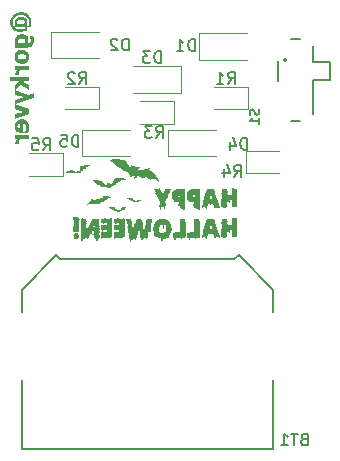
<source format=gbr>
%TF.GenerationSoftware,KiCad,Pcbnew,9.0.2*%
%TF.CreationDate,2025-10-05T19:09:33-07:00*%
%TF.ProjectId,PumpkinPCB,50756d70-6b69-46e5-9043-422e6b696361,rev?*%
%TF.SameCoordinates,Original*%
%TF.FileFunction,Legend,Bot*%
%TF.FilePolarity,Positive*%
%FSLAX46Y46*%
G04 Gerber Fmt 4.6, Leading zero omitted, Abs format (unit mm)*
G04 Created by KiCad (PCBNEW 9.0.2) date 2025-10-05 19:09:33*
%MOMM*%
%LPD*%
G01*
G04 APERTURE LIST*
%ADD10C,0.300000*%
%ADD11C,0.150000*%
%ADD12C,0.127000*%
%ADD13C,0.000000*%
%ADD14C,0.120000*%
%ADD15C,0.200000*%
G04 APERTURE END LIST*
D10*
G36*
X132951935Y-83368682D02*
G01*
X133072954Y-83389895D01*
X133185080Y-83424416D01*
X133291813Y-83472720D01*
X133386234Y-83531284D01*
X133469561Y-83600180D01*
X133541870Y-83679088D01*
X133602628Y-83767721D01*
X133652194Y-83867076D01*
X133688011Y-83972305D01*
X133709801Y-84084114D01*
X133717224Y-84203673D01*
X133714466Y-84308719D01*
X133706782Y-84397846D01*
X133674634Y-84577731D01*
X133453441Y-84577731D01*
X133477037Y-84490330D01*
X133496031Y-84391710D01*
X133508232Y-84292390D01*
X133512060Y-84204772D01*
X133500891Y-84085150D01*
X133467546Y-83971123D01*
X133433076Y-83899715D01*
X133389353Y-83834674D01*
X133335930Y-83775393D01*
X133273725Y-83722354D01*
X133201410Y-83676727D01*
X133117760Y-83638556D01*
X133029721Y-83611626D01*
X132931213Y-83594786D01*
X132820730Y-83588914D01*
X132717307Y-83595020D01*
X132622434Y-83612781D01*
X132534966Y-83641670D01*
X132451886Y-83681553D01*
X132379911Y-83728189D01*
X132317895Y-83781530D01*
X132261255Y-83845291D01*
X132215764Y-83911605D01*
X132180600Y-83980832D01*
X132155071Y-84054070D01*
X132139711Y-84130162D01*
X132134530Y-84209810D01*
X132145233Y-84334655D01*
X132176479Y-84448038D01*
X132209376Y-84518334D01*
X132252123Y-84582167D01*
X132305256Y-84640196D01*
X132365764Y-84689236D01*
X132436407Y-84731287D01*
X132518480Y-84766226D01*
X132604442Y-84790492D01*
X132702823Y-84805870D01*
X132815418Y-84811288D01*
X132911044Y-84806534D01*
X133004828Y-84792329D01*
X133094282Y-84769909D01*
X133166212Y-84743694D01*
X133166212Y-84590004D01*
X132326963Y-84590004D01*
X132327970Y-84363591D01*
X132390435Y-84363591D01*
X132364523Y-84332031D01*
X132336580Y-84284640D01*
X132317149Y-84230795D01*
X132313909Y-84200651D01*
X132509687Y-84200651D01*
X132519487Y-84281068D01*
X132550995Y-84358462D01*
X133071781Y-84358462D01*
X133108313Y-84316512D01*
X133133331Y-84277954D01*
X133148963Y-84236110D01*
X133154488Y-84185263D01*
X133145146Y-84122208D01*
X133119023Y-84074829D01*
X133075445Y-84039176D01*
X133020572Y-84016485D01*
X132942477Y-84000711D01*
X132834194Y-83994662D01*
X132737463Y-84001358D01*
X132660164Y-84019734D01*
X132598622Y-84047968D01*
X132548504Y-84089452D01*
X132519620Y-84139372D01*
X132509687Y-84200651D01*
X132313909Y-84200651D01*
X132310385Y-84167861D01*
X132319800Y-84087827D01*
X132348304Y-84010599D01*
X132392845Y-83940361D01*
X132450886Y-83879899D01*
X132527021Y-83828117D01*
X132619047Y-83786659D01*
X132719916Y-83760860D01*
X132835293Y-83751854D01*
X132948506Y-83759093D01*
X133050074Y-83779973D01*
X133142804Y-83814430D01*
X133212557Y-83856360D01*
X133271000Y-83910689D01*
X133313124Y-83973138D01*
X133339179Y-84043164D01*
X133347928Y-84118677D01*
X133342983Y-84202666D01*
X133324664Y-84269344D01*
X133297004Y-84327230D01*
X133262108Y-84379986D01*
X133342067Y-84395373D01*
X133342067Y-84895369D01*
X133239164Y-84946985D01*
X133096694Y-84994196D01*
X132946312Y-85024828D01*
X132805251Y-85034679D01*
X132673926Y-85027323D01*
X132554764Y-85006042D01*
X132446214Y-84971664D01*
X132343076Y-84923540D01*
X132251777Y-84865356D01*
X132171166Y-84797000D01*
X132100626Y-84719530D01*
X132041330Y-84632713D01*
X131992930Y-84535599D01*
X131957870Y-84432869D01*
X131936596Y-84324300D01*
X131929366Y-84208802D01*
X131937039Y-84092763D01*
X131959741Y-83982453D01*
X131997418Y-83876785D01*
X132048870Y-83777072D01*
X132111332Y-83687550D01*
X132185180Y-83607324D01*
X132270362Y-83536700D01*
X132364914Y-83476652D01*
X132469753Y-83426981D01*
X132579881Y-83390847D01*
X132696497Y-83368877D01*
X132820730Y-83361402D01*
X132951935Y-83368682D01*
G37*
G36*
X133028476Y-85236427D02*
G01*
X133149259Y-85261374D01*
X133244753Y-85299301D01*
X133319627Y-85348653D01*
X133382203Y-85414280D01*
X133427182Y-85491853D01*
X133455239Y-85583769D01*
X133465165Y-85693493D01*
X133457142Y-85776217D01*
X133432925Y-85856984D01*
X133395028Y-85932177D01*
X133347287Y-85996843D01*
X133368811Y-85996843D01*
X133439403Y-85993422D01*
X133490902Y-85984478D01*
X133536369Y-85967442D01*
X133574800Y-85941522D01*
X133604272Y-85905093D01*
X133628106Y-85849748D01*
X133641731Y-85784854D01*
X133646882Y-85697615D01*
X133640287Y-85611519D01*
X133623526Y-85525515D01*
X133602918Y-85452243D01*
X133582402Y-85389228D01*
X133582402Y-85347188D01*
X133867799Y-85347188D01*
X133901780Y-85525973D01*
X133912747Y-85630593D01*
X133916526Y-85743777D01*
X133909167Y-85876566D01*
X133888316Y-85991714D01*
X133850668Y-86096925D01*
X133796725Y-86183323D01*
X133751016Y-86231647D01*
X133693612Y-86273665D01*
X133622702Y-86309352D01*
X133546935Y-86334029D01*
X133457298Y-86349862D01*
X133351409Y-86355514D01*
X132333832Y-86355514D01*
X132333832Y-86008109D01*
X132385123Y-85994828D01*
X132350881Y-85934873D01*
X132322933Y-85867700D01*
X132319398Y-85853411D01*
X132568305Y-85853411D01*
X132576548Y-85931264D01*
X132597065Y-85996843D01*
X133120050Y-85996843D01*
X133147473Y-85953373D01*
X133167402Y-85908183D01*
X133179724Y-85861028D01*
X133183797Y-85813386D01*
X133178332Y-85752265D01*
X133163739Y-85707324D01*
X133138988Y-85669848D01*
X133104663Y-85640187D01*
X133062211Y-85618026D01*
X133012797Y-85603826D01*
X132958005Y-85596773D01*
X132885852Y-85594117D01*
X132787719Y-85602307D01*
X132711351Y-85624665D01*
X132652111Y-85659147D01*
X132606559Y-85708132D01*
X132578430Y-85771369D01*
X132568305Y-85853411D01*
X132319398Y-85853411D01*
X132305005Y-85795235D01*
X132298661Y-85709980D01*
X132308503Y-85614534D01*
X132338137Y-85522401D01*
X132386051Y-85438743D01*
X132450336Y-85368712D01*
X132532823Y-85310183D01*
X132633884Y-85264664D01*
X132745798Y-85237045D01*
X132876784Y-85227295D01*
X133028476Y-85236427D01*
G37*
G36*
X133023296Y-86552660D02*
G01*
X133123218Y-86572606D01*
X133210689Y-86604352D01*
X133287463Y-86647399D01*
X133354889Y-86701911D01*
X133411871Y-86767073D01*
X133456742Y-86841828D01*
X133489807Y-86927580D01*
X133510604Y-87026211D01*
X133517921Y-87139991D01*
X133510573Y-87254686D01*
X133489718Y-87353797D01*
X133456616Y-87439669D01*
X133411766Y-87514249D01*
X133354889Y-87578987D01*
X133269255Y-87644851D01*
X133168479Y-87693075D01*
X133049618Y-87723462D01*
X132908841Y-87734234D01*
X132793859Y-87727237D01*
X132693586Y-87707321D01*
X132605916Y-87675646D01*
X132529076Y-87632733D01*
X132461693Y-87578438D01*
X132404764Y-87513505D01*
X132359904Y-87438855D01*
X132326820Y-87353061D01*
X132305995Y-87254209D01*
X132298661Y-87139991D01*
X132556582Y-87139991D01*
X132560972Y-87189321D01*
X132573434Y-87231124D01*
X132595933Y-87268138D01*
X132632969Y-87302840D01*
X132678101Y-87328383D01*
X132741321Y-87349460D01*
X132813325Y-87361734D01*
X132910856Y-87366404D01*
X133013839Y-87361713D01*
X133081398Y-87350010D01*
X133139579Y-87329275D01*
X133186728Y-87301833D01*
X133218572Y-87270967D01*
X133241683Y-87230575D01*
X133255546Y-87185826D01*
X133260001Y-87143014D01*
X133255295Y-87092374D01*
X133241683Y-87047667D01*
X133218184Y-87008479D01*
X133183614Y-86975952D01*
X133140786Y-86951872D01*
X133080391Y-86930889D01*
X133010657Y-86918367D01*
X132910856Y-86913486D01*
X132810520Y-86918565D01*
X132736741Y-86931896D01*
X132672357Y-86954603D01*
X132627839Y-86981081D01*
X132591958Y-87016519D01*
X132571328Y-87052797D01*
X132560401Y-87093324D01*
X132556582Y-87139991D01*
X132298661Y-87139991D01*
X132305942Y-87026153D01*
X132326627Y-86927493D01*
X132359504Y-86841743D01*
X132404096Y-86767018D01*
X132460686Y-86701911D01*
X132527625Y-86647551D01*
X132604285Y-86604533D01*
X132692089Y-86572732D01*
X132792879Y-86552704D01*
X132908841Y-86545657D01*
X133023296Y-86552660D01*
G37*
G36*
X132673818Y-88697772D02*
G01*
X132673818Y-88668097D01*
X132665025Y-88608562D01*
X132662095Y-88522558D01*
X132666041Y-88465686D01*
X132678398Y-88404131D01*
X132717049Y-88283780D01*
X133482751Y-88283780D01*
X133482751Y-87925110D01*
X132333832Y-87925110D01*
X132333832Y-88283780D01*
X132502085Y-88283780D01*
X132445482Y-88351924D01*
X132390893Y-88431334D01*
X132369585Y-88472416D01*
X132350685Y-88522009D01*
X132337873Y-88573374D01*
X132333832Y-88619920D01*
X132334840Y-88658846D01*
X132337862Y-88697772D01*
X132673818Y-88697772D01*
G37*
G36*
X133482751Y-89986916D02*
G01*
X133482751Y-89560652D01*
X132982480Y-89249150D01*
X133057127Y-89193829D01*
X133482751Y-89193829D01*
X133482751Y-88835159D01*
X131888333Y-88835159D01*
X131888333Y-89193829D01*
X132782995Y-89193829D01*
X132333832Y-89533999D01*
X132333832Y-89957149D01*
X132828973Y-89554515D01*
X133482751Y-89986916D01*
G37*
G36*
X132333832Y-91173753D02*
G01*
X133904802Y-90592700D01*
X133904802Y-90207468D01*
X133455548Y-90381674D01*
X132333832Y-89959439D01*
X132333832Y-90336519D01*
X133054287Y-90578411D01*
X132333832Y-90804825D01*
X132333832Y-91173753D01*
G37*
G36*
X132333832Y-92384313D02*
G01*
X133482751Y-91971420D01*
X133482751Y-91579960D01*
X132333832Y-91170090D01*
X132333832Y-91547170D01*
X133093946Y-91782834D01*
X132333832Y-92015475D01*
X132333832Y-92384313D01*
G37*
G36*
X133030103Y-92446036D02*
G01*
X133129911Y-92468119D01*
X133216393Y-92503247D01*
X133291546Y-92551019D01*
X133356813Y-92611916D01*
X133409765Y-92682726D01*
X133452383Y-92765921D01*
X133484383Y-92863446D01*
X133504804Y-92977699D01*
X133512060Y-93111454D01*
X133503267Y-93262579D01*
X133479178Y-93383022D01*
X133448862Y-93482947D01*
X133416439Y-93563364D01*
X133119317Y-93563364D01*
X133119317Y-93525446D01*
X133160075Y-93464446D01*
X133202940Y-93383022D01*
X133223434Y-93331081D01*
X133240034Y-93272380D01*
X133250606Y-93211460D01*
X133254139Y-93149373D01*
X133250603Y-93078226D01*
X133240492Y-93015100D01*
X133222015Y-92956677D01*
X133195429Y-92907572D01*
X133158914Y-92865323D01*
X133110891Y-92831735D01*
X133053509Y-92809546D01*
X132978633Y-92797938D01*
X132978633Y-93583789D01*
X132849398Y-93583789D01*
X132716160Y-93574262D01*
X132606347Y-93547721D01*
X132515809Y-93506250D01*
X132441268Y-93450524D01*
X132381516Y-93379782D01*
X132337239Y-93292503D01*
X132308881Y-93185141D01*
X132298661Y-93053019D01*
X132300431Y-93025358D01*
X132527272Y-93025358D01*
X132534699Y-93090983D01*
X132555009Y-93140372D01*
X132587173Y-93177491D01*
X132629910Y-93204000D01*
X132686776Y-93222159D01*
X132761746Y-93230339D01*
X132761746Y-92796839D01*
X132691762Y-92807501D01*
X132635529Y-92829438D01*
X132590287Y-92861868D01*
X132556039Y-92904921D01*
X132534840Y-92958392D01*
X132527272Y-93025358D01*
X132300431Y-93025358D01*
X132306180Y-92935516D01*
X132327552Y-92833591D01*
X132361535Y-92744919D01*
X132407646Y-92667570D01*
X132466181Y-92600101D01*
X132535711Y-92543213D01*
X132613897Y-92498566D01*
X132701964Y-92465843D01*
X132801527Y-92445403D01*
X132914520Y-92438260D01*
X133030103Y-92446036D01*
G37*
G36*
X132673818Y-94540549D02*
G01*
X132673818Y-94510874D01*
X132665025Y-94451340D01*
X132662095Y-94365336D01*
X132666041Y-94308463D01*
X132678398Y-94246909D01*
X132717049Y-94126558D01*
X133482751Y-94126558D01*
X133482751Y-93767887D01*
X132333832Y-93767887D01*
X132333832Y-94126558D01*
X132502085Y-94126558D01*
X132445482Y-94194702D01*
X132390893Y-94274111D01*
X132369585Y-94315194D01*
X132350685Y-94364786D01*
X132337873Y-94416151D01*
X132333832Y-94462697D01*
X132334840Y-94501623D01*
X132337862Y-94540549D01*
X132673818Y-94540549D01*
G37*
G36*
X150796724Y-98250957D02*
G01*
X150721112Y-98275238D01*
X150687571Y-98300282D01*
X150678297Y-98326062D01*
X150678297Y-98343373D01*
X150685351Y-98365500D01*
X150715025Y-98403640D01*
X150664447Y-98548246D01*
X150653842Y-98603766D01*
X150659004Y-98620637D01*
X150686448Y-98673192D01*
X150694600Y-98738588D01*
X150685557Y-98778699D01*
X150657881Y-98811416D01*
X150605126Y-98838367D01*
X150514990Y-98857107D01*
X150370551Y-98857107D01*
X150355958Y-98838250D01*
X150304514Y-98701860D01*
X150304514Y-98697739D01*
X150337578Y-98563008D01*
X150325481Y-98520564D01*
X150271449Y-98432216D01*
X150263206Y-98387245D01*
X150267328Y-98338244D01*
X150259791Y-98323955D01*
X150230416Y-98317819D01*
X149894002Y-98317819D01*
X149869455Y-98323875D01*
X149854767Y-98341294D01*
X149848940Y-98375063D01*
X149842719Y-98491558D01*
X149826602Y-98574340D01*
X149803648Y-98631364D01*
X149775667Y-98669162D01*
X149771637Y-98693709D01*
X149771637Y-98697739D01*
X149820272Y-98804900D01*
X149828423Y-98911970D01*
X149828423Y-98949064D01*
X149820975Y-99093065D01*
X149797526Y-99251744D01*
X149756158Y-99426895D01*
X149752128Y-99496871D01*
X149752128Y-99534057D01*
X149760539Y-99639213D01*
X149787299Y-99756531D01*
X149791420Y-99777048D01*
X149787299Y-99801777D01*
X149796837Y-99834626D01*
X149828332Y-99863601D01*
X149877608Y-99859480D01*
X149892560Y-99865156D01*
X149903448Y-99884964D01*
X149908382Y-99930371D01*
X149926011Y-99952620D01*
X149945935Y-99959131D01*
X149954269Y-99959131D01*
X149979462Y-99951348D01*
X150004229Y-99924354D01*
X150029374Y-99866441D01*
X150041647Y-99862411D01*
X150119591Y-99922219D01*
X150144229Y-99926250D01*
X150176859Y-99919597D01*
X150213115Y-99897346D01*
X150255054Y-99853526D01*
X150275178Y-99820858D01*
X150279692Y-99805075D01*
X150279692Y-99788863D01*
X150257129Y-99689930D01*
X150250933Y-99623449D01*
X150259176Y-99499344D01*
X150255054Y-99458036D01*
X150259176Y-99350508D01*
X150259176Y-99329808D01*
X150263206Y-99309292D01*
X150272053Y-99316708D01*
X150275571Y-99333930D01*
X150275571Y-99342173D01*
X150271449Y-99387328D01*
X150284376Y-99413943D01*
X150296270Y-99420209D01*
X150316019Y-99413361D01*
X150338852Y-99387729D01*
X150366429Y-99329808D01*
X150374764Y-99325687D01*
X150399494Y-99325687D01*
X150407737Y-99461333D01*
X150407737Y-99477728D01*
X150416655Y-99510582D01*
X150429385Y-99526336D01*
X150445839Y-99531217D01*
X150470942Y-99522279D01*
X150488680Y-99492040D01*
X150496580Y-99424330D01*
X150503569Y-99292742D01*
X150517180Y-99245256D01*
X150531293Y-99235286D01*
X150574041Y-99201869D01*
X150596689Y-99194254D01*
X150644979Y-99221790D01*
X150670250Y-99252941D01*
X150678388Y-99289142D01*
X150661994Y-99776407D01*
X150703389Y-99836135D01*
X150739388Y-99865080D01*
X150772269Y-99873493D01*
X150784542Y-99873493D01*
X150850087Y-99863547D01*
X150927424Y-99830354D01*
X150931546Y-99830354D01*
X150940569Y-99848981D01*
X150980456Y-99877065D01*
X151025799Y-99870310D01*
X151064429Y-99850506D01*
X151098175Y-99816315D01*
X151127459Y-99763950D01*
X151127459Y-99701577D01*
X151151914Y-99543674D01*
X151129988Y-99487633D01*
X151123429Y-99440817D01*
X151151914Y-99301049D01*
X151151914Y-99296927D01*
X151127368Y-99231165D01*
X151135519Y-99112005D01*
X151119792Y-98913058D01*
X151115186Y-98763592D01*
X151127459Y-98312781D01*
X151111156Y-98300233D01*
X151082580Y-98300233D01*
X150943728Y-98300233D01*
X150796724Y-98250957D01*
G37*
G36*
X149134737Y-98329768D02*
G01*
X149166977Y-98348161D01*
X149196811Y-98381108D01*
X149235280Y-98521959D01*
X149245904Y-98618787D01*
X149245904Y-98676215D01*
X149249252Y-98700637D01*
X149258177Y-98717156D01*
X149576223Y-99607106D01*
X149662735Y-99827972D01*
X149662735Y-99897398D01*
X149652853Y-99935482D01*
X149639136Y-99953356D01*
X149621885Y-99958764D01*
X149601461Y-99946583D01*
X149572079Y-99857807D01*
X149560611Y-99844367D01*
X149552368Y-99844367D01*
X149486272Y-99900057D01*
X149450244Y-99912786D01*
X149446214Y-99912786D01*
X149412981Y-99903249D01*
X149343998Y-99860670D01*
X149323432Y-99924211D01*
X149298909Y-99954017D01*
X149270450Y-99962886D01*
X149249934Y-99962886D01*
X149226859Y-99955748D01*
X149211582Y-99933128D01*
X149205054Y-99885125D01*
X149163743Y-99761288D01*
X149133480Y-99712453D01*
X149110990Y-99701210D01*
X149083488Y-99695183D01*
X149067849Y-99678639D01*
X149061898Y-99648087D01*
X149056018Y-99611635D01*
X149040131Y-99587456D01*
X149013639Y-99572218D01*
X148972047Y-99566388D01*
X148963895Y-99566388D01*
X148900541Y-99633281D01*
X148869923Y-99647263D01*
X148817583Y-99624632D01*
X148782545Y-99593316D01*
X148776053Y-99578959D01*
X148750519Y-99564888D01*
X148688389Y-99552283D01*
X148647682Y-99586421D01*
X148628322Y-99613157D01*
X148622902Y-99634898D01*
X148622902Y-99697089D01*
X148596030Y-99762673D01*
X148590112Y-99791153D01*
X148598264Y-99881095D01*
X148598264Y-99901520D01*
X148576840Y-99972562D01*
X148554981Y-100003509D01*
X148532868Y-100011887D01*
X148516381Y-100011887D01*
X148467905Y-99968534D01*
X148444971Y-99935554D01*
X148438620Y-99909672D01*
X148438620Y-99876974D01*
X148418104Y-99876974D01*
X148344465Y-99856549D01*
X148303751Y-99860711D01*
X148266704Y-99872943D01*
X148204328Y-99947485D01*
X148188943Y-99958764D01*
X148168427Y-99954734D01*
X148140168Y-99947009D01*
X148122479Y-99923825D01*
X148115212Y-99876974D01*
X148115212Y-99860670D01*
X148220060Y-99510426D01*
X148237944Y-99440908D01*
X148233914Y-99396029D01*
X148237944Y-99330633D01*
X148243910Y-99274795D01*
X148259988Y-99233870D01*
X148284977Y-99204127D01*
X148286186Y-99203413D01*
X148723194Y-99203413D01*
X148730405Y-99209765D01*
X148772378Y-99213671D01*
X148815609Y-99210648D01*
X148815609Y-99173829D01*
X148812157Y-99153939D01*
X148801046Y-99132979D01*
X148801046Y-98989914D01*
X148859665Y-98989914D01*
X148859665Y-99014369D01*
X148859665Y-99206527D01*
X148880530Y-99212336D01*
X148913428Y-99214678D01*
X149021140Y-99214678D01*
X149003468Y-99133277D01*
X148890348Y-98752785D01*
X148882104Y-98752785D01*
X148873861Y-98756906D01*
X148886226Y-98826332D01*
X148886226Y-98834576D01*
X148868161Y-98881445D01*
X148859665Y-98989914D01*
X148801046Y-98989914D01*
X148801046Y-98969489D01*
X148797016Y-98928365D01*
X148784089Y-98956488D01*
X148723194Y-99203413D01*
X148286186Y-99203413D01*
X148319827Y-99183538D01*
X148438620Y-98799496D01*
X148561807Y-98393922D01*
X148585990Y-98333847D01*
X148996593Y-98333847D01*
X149078292Y-98323681D01*
X149098717Y-98323681D01*
X149134737Y-98329768D01*
G37*
G36*
X147986699Y-98332478D02*
G01*
X148016655Y-98357681D01*
X148024354Y-98378177D01*
X148024354Y-98382207D01*
X148017815Y-98408972D01*
X147991931Y-98452000D01*
X148004204Y-98492941D01*
X147996144Y-98579311D01*
X148008417Y-98665590D01*
X147973796Y-98797206D01*
X147977341Y-98815621D01*
X147992114Y-98850604D01*
X147986332Y-98883680D01*
X147954195Y-99003195D01*
X147957950Y-99044319D01*
X147950348Y-99242339D01*
X147950348Y-99267069D01*
X147958683Y-99279342D01*
X147973319Y-99287316D01*
X147985918Y-99320662D01*
X147992114Y-99406745D01*
X147992114Y-99480659D01*
X147995147Y-99545000D01*
X148004204Y-99608062D01*
X148000174Y-99681976D01*
X148008326Y-99743709D01*
X147981489Y-99797106D01*
X147985546Y-99802514D01*
X147992663Y-99838139D01*
X147978867Y-99876480D01*
X147967617Y-99953200D01*
X147962805Y-100088915D01*
X147943129Y-100123708D01*
X147922627Y-100141269D01*
X147900431Y-100146709D01*
X147875427Y-100146709D01*
X147859292Y-100132468D01*
X147854636Y-100117766D01*
X147838183Y-100043536D01*
X147833845Y-99998057D01*
X147842088Y-99969114D01*
X147837966Y-99965084D01*
X147837966Y-99960963D01*
X147763134Y-99995216D01*
X147735384Y-100002178D01*
X147731263Y-100002178D01*
X147714868Y-99998057D01*
X147661462Y-99955948D01*
X147645167Y-99948506D01*
X147579496Y-99960963D01*
X147571253Y-99960963D01*
X147551187Y-99954088D01*
X147526099Y-99927898D01*
X147519025Y-99875754D01*
X147509704Y-99849496D01*
X147513825Y-99783459D01*
X147513825Y-99771094D01*
X147509704Y-99742243D01*
X147493217Y-99742243D01*
X147435332Y-99750486D01*
X147410649Y-99742650D01*
X147394299Y-99717697D01*
X147422967Y-99643966D01*
X147454547Y-99579785D01*
X147464549Y-99517021D01*
X147464549Y-99471866D01*
X147433675Y-99457052D01*
X147394024Y-99418560D01*
X147331834Y-99426803D01*
X147319378Y-99426803D01*
X147252974Y-99410409D01*
X147163123Y-99422682D01*
X147134455Y-99422682D01*
X147122182Y-99414439D01*
X147114835Y-99405662D01*
X147077302Y-99336586D01*
X147029126Y-99312259D01*
X147003853Y-99282728D01*
X146995603Y-99246552D01*
X146923972Y-99221757D01*
X146910607Y-99205428D01*
X146910607Y-99197185D01*
X146914637Y-99143787D01*
X146900066Y-99090170D01*
X146889174Y-99069690D01*
X146873017Y-99028850D01*
X146866199Y-98987991D01*
X147419487Y-98987991D01*
X147419487Y-99000447D01*
X147424789Y-99009306D01*
X147448041Y-99017260D01*
X147509704Y-99021238D01*
X147532235Y-99012903D01*
X147532235Y-98838148D01*
X147515703Y-98747733D01*
X147505582Y-98734009D01*
X147448155Y-98734009D01*
X147441516Y-98742997D01*
X147431336Y-98801537D01*
X147419487Y-98987991D01*
X146866199Y-98987991D01*
X146860269Y-98952449D01*
X146855714Y-98842269D01*
X147288695Y-98842269D01*
X147293315Y-98916533D01*
X147302504Y-98944296D01*
X147312600Y-98950530D01*
X147356014Y-98950530D01*
X147341451Y-98871395D01*
X147341451Y-98750678D01*
X147337696Y-98726040D01*
X147330094Y-98726040D01*
X147296988Y-98799464D01*
X147288695Y-98842269D01*
X146855714Y-98842269D01*
X146854919Y-98823035D01*
X146854919Y-98806549D01*
X146867284Y-98703692D01*
X146898175Y-98615486D01*
X146936819Y-98543776D01*
X146982708Y-98486079D01*
X147035995Y-98440551D01*
X147100802Y-98398225D01*
X147196919Y-98363365D01*
X147334539Y-98338933D01*
X147525824Y-98329542D01*
X147805726Y-98329542D01*
X147839280Y-98323622D01*
X147896218Y-98300233D01*
X147917009Y-98300233D01*
X147986699Y-98332478D01*
G37*
G36*
X146726406Y-98332478D02*
G01*
X146756362Y-98357681D01*
X146764061Y-98378177D01*
X146764061Y-98382207D01*
X146757522Y-98408972D01*
X146731638Y-98452000D01*
X146743911Y-98492941D01*
X146735851Y-98579311D01*
X146748124Y-98665590D01*
X146713503Y-98797206D01*
X146717048Y-98815621D01*
X146731821Y-98850604D01*
X146726039Y-98883680D01*
X146693902Y-99003195D01*
X146697657Y-99044319D01*
X146690055Y-99242339D01*
X146690055Y-99267069D01*
X146698390Y-99279342D01*
X146713025Y-99287316D01*
X146725625Y-99320662D01*
X146731821Y-99406745D01*
X146731821Y-99480659D01*
X146734854Y-99545000D01*
X146743911Y-99608062D01*
X146739881Y-99681976D01*
X146748032Y-99743709D01*
X146721196Y-99797106D01*
X146725253Y-99802514D01*
X146732370Y-99838139D01*
X146718573Y-99876480D01*
X146707324Y-99953200D01*
X146702512Y-100088915D01*
X146682836Y-100123708D01*
X146662334Y-100141269D01*
X146640138Y-100146709D01*
X146615134Y-100146709D01*
X146598999Y-100132468D01*
X146594343Y-100117766D01*
X146577890Y-100043536D01*
X146573551Y-99998057D01*
X146581795Y-99969114D01*
X146577673Y-99965084D01*
X146577673Y-99960963D01*
X146502841Y-99995216D01*
X146475091Y-100002178D01*
X146470969Y-100002178D01*
X146454575Y-99998057D01*
X146401169Y-99955948D01*
X146384874Y-99948506D01*
X146319203Y-99960963D01*
X146310960Y-99960963D01*
X146290894Y-99954088D01*
X146265806Y-99927898D01*
X146258732Y-99875754D01*
X146249411Y-99849496D01*
X146253532Y-99783459D01*
X146253532Y-99771094D01*
X146249411Y-99742243D01*
X146232924Y-99742243D01*
X146175039Y-99750486D01*
X146150356Y-99742650D01*
X146134006Y-99717697D01*
X146162674Y-99643966D01*
X146194254Y-99579785D01*
X146204256Y-99517021D01*
X146204256Y-99471866D01*
X146173382Y-99457052D01*
X146133731Y-99418560D01*
X146071541Y-99426803D01*
X146059084Y-99426803D01*
X145992681Y-99410409D01*
X145902830Y-99422682D01*
X145874162Y-99422682D01*
X145861889Y-99414439D01*
X145854542Y-99405662D01*
X145817009Y-99336586D01*
X145768833Y-99312259D01*
X145743560Y-99282728D01*
X145735310Y-99246552D01*
X145663679Y-99221757D01*
X145650314Y-99205428D01*
X145650314Y-99197185D01*
X145654344Y-99143787D01*
X145639773Y-99090170D01*
X145628881Y-99069690D01*
X145612724Y-99028850D01*
X145605906Y-98987991D01*
X146159193Y-98987991D01*
X146159193Y-99000447D01*
X146164496Y-99009306D01*
X146187748Y-99017260D01*
X146249411Y-99021238D01*
X146271942Y-99012903D01*
X146271942Y-98838148D01*
X146255410Y-98747733D01*
X146245289Y-98734009D01*
X146187862Y-98734009D01*
X146181223Y-98742997D01*
X146171043Y-98801537D01*
X146159193Y-98987991D01*
X145605906Y-98987991D01*
X145599976Y-98952449D01*
X145595421Y-98842269D01*
X146028401Y-98842269D01*
X146033021Y-98916533D01*
X146042211Y-98944296D01*
X146052307Y-98950530D01*
X146095721Y-98950530D01*
X146081158Y-98871395D01*
X146081158Y-98750678D01*
X146077403Y-98726040D01*
X146069801Y-98726040D01*
X146036695Y-98799464D01*
X146028401Y-98842269D01*
X145595421Y-98842269D01*
X145594626Y-98823035D01*
X145594626Y-98806549D01*
X145606991Y-98703692D01*
X145637882Y-98615486D01*
X145676526Y-98543776D01*
X145722415Y-98486079D01*
X145775702Y-98440551D01*
X145840509Y-98398225D01*
X145936626Y-98363365D01*
X146074246Y-98338933D01*
X146265531Y-98329542D01*
X146545433Y-98329542D01*
X146578987Y-98323622D01*
X146635925Y-98300233D01*
X146656716Y-98300233D01*
X146726406Y-98332478D01*
G37*
G36*
X144521820Y-98269733D02*
G01*
X144513760Y-98269733D01*
X144418263Y-98294767D01*
X144379213Y-98300233D01*
X144163241Y-98300233D01*
X144121266Y-98313500D01*
X144100561Y-98331898D01*
X144093998Y-98355737D01*
X144093998Y-98368011D01*
X144119803Y-98396236D01*
X144155089Y-98458503D01*
X144185044Y-98481866D01*
X144204572Y-98520689D01*
X144212151Y-98581784D01*
X144216673Y-98586934D01*
X144224332Y-98618787D01*
X144207937Y-98688579D01*
X144233126Y-98807024D01*
X144250057Y-98848974D01*
X144260969Y-98857107D01*
X144265090Y-98857107D01*
X144290414Y-98847384D01*
X144338455Y-98803709D01*
X144346606Y-98799588D01*
X144367101Y-98807869D01*
X144379213Y-98836591D01*
X144379213Y-98926991D01*
X144405299Y-98989653D01*
X144411819Y-99025635D01*
X144448292Y-99123013D01*
X144472740Y-99160948D01*
X144489305Y-99169433D01*
X144501578Y-99169433D01*
X144530063Y-99165311D01*
X144603428Y-99489910D01*
X144603428Y-99518669D01*
X144568623Y-99613191D01*
X144549939Y-99713503D01*
X144545359Y-99765232D01*
X144549935Y-99855657D01*
X144556075Y-99867998D01*
X144589318Y-99893676D01*
X144606352Y-99917924D01*
X144611579Y-99941912D01*
X144611579Y-99995401D01*
X144621380Y-100043249D01*
X144648582Y-100073436D01*
X144664977Y-100073436D01*
X144676344Y-100067490D01*
X144687841Y-100042549D01*
X144697858Y-99979006D01*
X144723707Y-99893267D01*
X144743782Y-99859390D01*
X144759499Y-99851511D01*
X144866294Y-99826873D01*
X144901848Y-99831672D01*
X144918557Y-99842879D01*
X144923813Y-99859754D01*
X144923813Y-99863876D01*
X144919692Y-99946125D01*
X144927487Y-99975414D01*
X144940996Y-99990389D01*
X144960816Y-99995401D01*
X144977211Y-99995401D01*
X145013640Y-99986444D01*
X145037851Y-99960057D01*
X145051216Y-99909030D01*
X145053508Y-99903084D01*
X145055338Y-99855633D01*
X145055338Y-99814508D01*
X145100401Y-99707713D01*
X145106001Y-99686323D01*
X145108552Y-99641951D01*
X145089746Y-99524847D01*
X145069819Y-99479769D01*
X145051216Y-99469393D01*
X145038093Y-99457543D01*
X145034822Y-99448877D01*
X145085369Y-99251391D01*
X145124387Y-99144649D01*
X145153707Y-99095519D01*
X145198678Y-98902353D01*
X145202800Y-98902353D01*
X145217665Y-98947112D01*
X145231468Y-99074911D01*
X145227346Y-99099549D01*
X145235025Y-99113957D01*
X145247862Y-99124278D01*
X145252350Y-99124278D01*
X145267854Y-99115805D01*
X145281220Y-99080319D01*
X145287796Y-98988632D01*
X145287796Y-98865350D01*
X145292763Y-98781864D01*
X145303479Y-98743541D01*
X145315915Y-98729795D01*
X145374154Y-98698335D01*
X145405435Y-98659316D01*
X145415840Y-98610544D01*
X145438193Y-98518618D01*
X145469146Y-98446229D01*
X145501936Y-98326978D01*
X145497814Y-98318735D01*
X145091791Y-98310583D01*
X145074656Y-98319063D01*
X145047849Y-98357111D01*
X145005696Y-98454381D01*
X144922773Y-98622366D01*
X144879082Y-98688769D01*
X144858051Y-98705066D01*
X144853929Y-98705066D01*
X144833595Y-98696183D01*
X144803853Y-98658395D01*
X144759499Y-98565298D01*
X144714079Y-98529972D01*
X144664977Y-98511900D01*
X144660855Y-98503657D01*
X144660855Y-98474897D01*
X144649774Y-98427215D01*
X144611579Y-98372132D01*
X144605878Y-98324977D01*
X144591439Y-98296127D01*
X144569650Y-98279707D01*
X144538215Y-98273855D01*
X144521820Y-98269733D01*
G37*
G36*
X150796724Y-100770957D02*
G01*
X150721112Y-100795238D01*
X150687571Y-100820282D01*
X150678297Y-100846062D01*
X150678297Y-100863373D01*
X150685351Y-100885500D01*
X150715025Y-100923640D01*
X150664447Y-101068246D01*
X150653842Y-101123766D01*
X150659004Y-101140637D01*
X150686448Y-101193192D01*
X150694600Y-101258588D01*
X150685557Y-101298699D01*
X150657881Y-101331416D01*
X150605126Y-101358367D01*
X150514990Y-101377107D01*
X150370551Y-101377107D01*
X150355958Y-101358250D01*
X150304514Y-101221860D01*
X150304514Y-101217739D01*
X150337578Y-101083008D01*
X150325481Y-101040564D01*
X150271449Y-100952216D01*
X150263206Y-100907245D01*
X150267328Y-100858244D01*
X150259791Y-100843955D01*
X150230416Y-100837819D01*
X149894002Y-100837819D01*
X149869455Y-100843875D01*
X149854767Y-100861294D01*
X149848940Y-100895063D01*
X149842719Y-101011558D01*
X149826602Y-101094340D01*
X149803648Y-101151364D01*
X149775667Y-101189162D01*
X149771637Y-101213709D01*
X149771637Y-101217739D01*
X149820272Y-101324900D01*
X149828423Y-101431970D01*
X149828423Y-101469064D01*
X149820975Y-101613065D01*
X149797526Y-101771744D01*
X149756158Y-101946895D01*
X149752128Y-102016871D01*
X149752128Y-102054057D01*
X149760539Y-102159213D01*
X149787299Y-102276531D01*
X149791420Y-102297048D01*
X149787299Y-102321777D01*
X149796837Y-102354626D01*
X149828332Y-102383601D01*
X149877608Y-102379480D01*
X149892560Y-102385156D01*
X149903448Y-102404964D01*
X149908382Y-102450371D01*
X149926011Y-102472620D01*
X149945935Y-102479131D01*
X149954269Y-102479131D01*
X149979462Y-102471348D01*
X150004229Y-102444354D01*
X150029374Y-102386441D01*
X150041647Y-102382411D01*
X150119591Y-102442219D01*
X150144229Y-102446250D01*
X150176859Y-102439597D01*
X150213115Y-102417346D01*
X150255054Y-102373526D01*
X150275178Y-102340858D01*
X150279692Y-102325075D01*
X150279692Y-102308863D01*
X150257129Y-102209930D01*
X150250933Y-102143449D01*
X150259176Y-102019344D01*
X150255054Y-101978036D01*
X150259176Y-101870508D01*
X150259176Y-101849808D01*
X150263206Y-101829292D01*
X150272053Y-101836708D01*
X150275571Y-101853930D01*
X150275571Y-101862173D01*
X150271449Y-101907328D01*
X150284376Y-101933943D01*
X150296270Y-101940209D01*
X150316019Y-101933361D01*
X150338852Y-101907729D01*
X150366429Y-101849808D01*
X150374764Y-101845687D01*
X150399494Y-101845687D01*
X150407737Y-101981333D01*
X150407737Y-101997728D01*
X150416655Y-102030582D01*
X150429385Y-102046336D01*
X150445839Y-102051217D01*
X150470942Y-102042279D01*
X150488680Y-102012040D01*
X150496580Y-101944330D01*
X150503569Y-101812742D01*
X150517180Y-101765256D01*
X150531293Y-101755286D01*
X150574041Y-101721869D01*
X150596689Y-101714254D01*
X150644979Y-101741790D01*
X150670250Y-101772941D01*
X150678388Y-101809142D01*
X150661994Y-102296407D01*
X150703389Y-102356135D01*
X150739388Y-102385080D01*
X150772269Y-102393493D01*
X150784542Y-102393493D01*
X150850087Y-102383547D01*
X150927424Y-102350354D01*
X150931546Y-102350354D01*
X150940569Y-102368981D01*
X150980456Y-102397065D01*
X151025799Y-102390310D01*
X151064429Y-102370506D01*
X151098175Y-102336315D01*
X151127459Y-102283950D01*
X151127459Y-102221577D01*
X151151914Y-102063674D01*
X151129988Y-102007633D01*
X151123429Y-101960817D01*
X151151914Y-101821049D01*
X151151914Y-101816927D01*
X151127368Y-101751165D01*
X151135519Y-101632005D01*
X151119792Y-101433058D01*
X151115186Y-101283592D01*
X151127459Y-100832781D01*
X151111156Y-100820233D01*
X151082580Y-100820233D01*
X150943728Y-100820233D01*
X150796724Y-100770957D01*
G37*
G36*
X149134737Y-100849768D02*
G01*
X149166977Y-100868161D01*
X149196811Y-100901108D01*
X149235280Y-101041959D01*
X149245904Y-101138787D01*
X149245904Y-101196215D01*
X149249252Y-101220637D01*
X149258177Y-101237156D01*
X149576223Y-102127106D01*
X149662735Y-102347972D01*
X149662735Y-102417398D01*
X149652853Y-102455482D01*
X149639136Y-102473356D01*
X149621885Y-102478764D01*
X149601461Y-102466583D01*
X149572079Y-102377807D01*
X149560611Y-102364367D01*
X149552368Y-102364367D01*
X149486272Y-102420057D01*
X149450244Y-102432786D01*
X149446214Y-102432786D01*
X149412981Y-102423249D01*
X149343998Y-102380670D01*
X149323432Y-102444211D01*
X149298909Y-102474017D01*
X149270450Y-102482886D01*
X149249934Y-102482886D01*
X149226859Y-102475748D01*
X149211582Y-102453128D01*
X149205054Y-102405125D01*
X149163743Y-102281288D01*
X149133480Y-102232453D01*
X149110990Y-102221210D01*
X149083488Y-102215183D01*
X149067849Y-102198639D01*
X149061898Y-102168087D01*
X149056018Y-102131635D01*
X149040131Y-102107456D01*
X149013639Y-102092218D01*
X148972047Y-102086388D01*
X148963895Y-102086388D01*
X148900541Y-102153281D01*
X148869923Y-102167263D01*
X148817583Y-102144632D01*
X148782545Y-102113316D01*
X148776053Y-102098959D01*
X148750519Y-102084888D01*
X148688389Y-102072283D01*
X148647682Y-102106421D01*
X148628322Y-102133157D01*
X148622902Y-102154898D01*
X148622902Y-102217089D01*
X148596030Y-102282673D01*
X148590112Y-102311153D01*
X148598264Y-102401095D01*
X148598264Y-102421520D01*
X148576840Y-102492562D01*
X148554981Y-102523509D01*
X148532868Y-102531887D01*
X148516381Y-102531887D01*
X148467905Y-102488534D01*
X148444971Y-102455554D01*
X148438620Y-102429672D01*
X148438620Y-102396974D01*
X148418104Y-102396974D01*
X148344465Y-102376549D01*
X148303751Y-102380711D01*
X148266704Y-102392943D01*
X148204328Y-102467485D01*
X148188943Y-102478764D01*
X148168427Y-102474734D01*
X148140168Y-102467009D01*
X148122479Y-102443825D01*
X148115212Y-102396974D01*
X148115212Y-102380670D01*
X148220060Y-102030426D01*
X148237944Y-101960908D01*
X148233914Y-101916029D01*
X148237944Y-101850633D01*
X148243910Y-101794795D01*
X148259988Y-101753870D01*
X148284977Y-101724127D01*
X148286186Y-101723413D01*
X148723194Y-101723413D01*
X148730405Y-101729765D01*
X148772378Y-101733671D01*
X148815609Y-101730648D01*
X148815609Y-101693829D01*
X148812157Y-101673939D01*
X148801046Y-101652979D01*
X148801046Y-101509914D01*
X148859665Y-101509914D01*
X148859665Y-101534369D01*
X148859665Y-101726527D01*
X148880530Y-101732336D01*
X148913428Y-101734678D01*
X149021140Y-101734678D01*
X149003468Y-101653277D01*
X148890348Y-101272785D01*
X148882104Y-101272785D01*
X148873861Y-101276906D01*
X148886226Y-101346332D01*
X148886226Y-101354576D01*
X148868161Y-101401445D01*
X148859665Y-101509914D01*
X148801046Y-101509914D01*
X148801046Y-101489489D01*
X148797016Y-101448365D01*
X148784089Y-101476488D01*
X148723194Y-101723413D01*
X148286186Y-101723413D01*
X148319827Y-101703538D01*
X148438620Y-101319496D01*
X148561807Y-100913922D01*
X148585990Y-100853847D01*
X148996593Y-100853847D01*
X149078292Y-100843681D01*
X149098717Y-100843681D01*
X149134737Y-100849768D01*
G37*
G36*
X147921222Y-100843681D02*
G01*
X147511261Y-100843681D01*
X147503018Y-100851832D01*
X147507139Y-101506892D01*
X147498896Y-101801540D01*
X147490654Y-101851075D01*
X147465389Y-101897306D01*
X147419700Y-101942033D01*
X147347221Y-101985730D01*
X147290869Y-101958453D01*
X147231059Y-101942092D01*
X147166787Y-101936545D01*
X147133229Y-101953266D01*
X147105146Y-101981608D01*
X147076592Y-102028485D01*
X147055962Y-102051217D01*
X146920590Y-102051217D01*
X146912347Y-102059460D01*
X146912347Y-102372152D01*
X146921390Y-102410592D01*
X146949188Y-102441649D01*
X147002656Y-102466766D01*
X147014163Y-102476955D01*
X147019050Y-102503860D01*
X147019050Y-102557349D01*
X147034505Y-102611043D01*
X147053753Y-102635915D01*
X147076478Y-102643262D01*
X147084630Y-102643262D01*
X147115113Y-102628264D01*
X147134481Y-102597995D01*
X147142149Y-102545076D01*
X147142149Y-102475467D01*
X147146558Y-102456437D01*
X147158544Y-102446707D01*
X147166787Y-102446707D01*
X147281642Y-102500105D01*
X147326705Y-102508348D01*
X147362022Y-102502005D01*
X147403570Y-102480577D01*
X147453833Y-102438556D01*
X147474350Y-102438556D01*
X147519970Y-102448642D01*
X147539073Y-102459884D01*
X147544050Y-102471529D01*
X147559820Y-102519021D01*
X147574771Y-102539591D01*
X147589113Y-102545076D01*
X147648357Y-102520890D01*
X147678076Y-102491197D01*
X147687482Y-102455042D01*
X147687482Y-102446799D01*
X147761304Y-102422161D01*
X147826951Y-102461009D01*
X147843370Y-102467407D01*
X147903587Y-102456622D01*
X147957443Y-102423831D01*
X148007318Y-102364367D01*
X147970407Y-102125406D01*
X147983634Y-102070041D01*
X147988908Y-101985730D01*
X148004774Y-101960122D01*
X148015561Y-101928394D01*
X147995045Y-101785145D01*
X147995045Y-101776902D01*
X148000392Y-101737239D01*
X148023713Y-101650048D01*
X148023713Y-101633745D01*
X148007153Y-101565215D01*
X148003196Y-101531346D01*
X148003196Y-101527225D01*
X148019591Y-101453586D01*
X147980390Y-101330762D01*
X147976543Y-101285791D01*
X147976543Y-101179362D01*
X147956743Y-101021382D01*
X147937434Y-100970534D01*
X147933496Y-100950109D01*
X147933496Y-100868227D01*
X147927901Y-100848092D01*
X147921222Y-100843681D01*
G37*
G36*
X146718082Y-100843681D02*
G01*
X146308121Y-100843681D01*
X146299877Y-100851832D01*
X146303999Y-101506892D01*
X146295756Y-101801540D01*
X146287514Y-101851075D01*
X146262249Y-101897306D01*
X146216560Y-101942033D01*
X146144081Y-101985730D01*
X146087729Y-101958453D01*
X146027919Y-101942092D01*
X145963647Y-101936545D01*
X145930088Y-101953266D01*
X145902006Y-101981608D01*
X145873452Y-102028485D01*
X145852821Y-102051217D01*
X145717450Y-102051217D01*
X145709207Y-102059460D01*
X145709207Y-102372152D01*
X145718250Y-102410592D01*
X145746047Y-102441649D01*
X145799515Y-102466766D01*
X145811023Y-102476955D01*
X145815910Y-102503860D01*
X145815910Y-102557349D01*
X145831365Y-102611043D01*
X145850612Y-102635915D01*
X145873338Y-102643262D01*
X145881489Y-102643262D01*
X145911973Y-102628264D01*
X145931341Y-102597995D01*
X145939009Y-102545076D01*
X145939009Y-102475467D01*
X145943418Y-102456437D01*
X145955403Y-102446707D01*
X145963647Y-102446707D01*
X146078502Y-102500105D01*
X146123565Y-102508348D01*
X146158881Y-102502005D01*
X146200429Y-102480577D01*
X146250693Y-102438556D01*
X146271209Y-102438556D01*
X146316830Y-102448642D01*
X146335933Y-102459884D01*
X146340910Y-102471529D01*
X146356680Y-102519021D01*
X146371630Y-102539591D01*
X146385973Y-102545076D01*
X146445217Y-102520890D01*
X146474936Y-102491197D01*
X146484342Y-102455042D01*
X146484342Y-102446799D01*
X146558164Y-102422161D01*
X146623811Y-102461009D01*
X146640230Y-102467407D01*
X146700447Y-102456622D01*
X146754303Y-102423831D01*
X146804178Y-102364367D01*
X146767267Y-102125406D01*
X146780493Y-102070041D01*
X146785768Y-101985730D01*
X146801634Y-101960122D01*
X146812421Y-101928394D01*
X146791905Y-101785145D01*
X146791905Y-101776902D01*
X146797252Y-101737239D01*
X146820573Y-101650048D01*
X146820573Y-101633745D01*
X146804013Y-101565215D01*
X146800056Y-101531346D01*
X146800056Y-101527225D01*
X146816451Y-101453586D01*
X146777250Y-101330762D01*
X146773403Y-101285791D01*
X146773403Y-101179362D01*
X146753603Y-101021382D01*
X146734294Y-100970534D01*
X146730355Y-100950109D01*
X146730355Y-100868227D01*
X146724761Y-100848092D01*
X146718082Y-100843681D01*
G37*
G36*
X144987782Y-100859345D02*
G01*
X145108607Y-100887480D01*
X145215839Y-100932823D01*
X145311520Y-100995332D01*
X145397064Y-101076047D01*
X145472108Y-101199471D01*
X145522744Y-101316544D01*
X145551837Y-101428698D01*
X145561287Y-101537483D01*
X145604545Y-101643676D01*
X145615143Y-101701889D01*
X145615143Y-101726527D01*
X145606899Y-101771681D01*
X145568029Y-101855963D01*
X145561287Y-101878568D01*
X145561287Y-101894963D01*
X145565409Y-101940300D01*
X145551953Y-101979740D01*
X145461819Y-102174682D01*
X145425708Y-102199083D01*
X145399021Y-102235017D01*
X145381425Y-102285548D01*
X145374808Y-102355574D01*
X145334891Y-102429528D01*
X145297894Y-102464706D01*
X145261967Y-102474918D01*
X145253907Y-102474918D01*
X145226760Y-102469183D01*
X145197579Y-102450188D01*
X145165247Y-102388547D01*
X145144914Y-102442036D01*
X145075098Y-102511016D01*
X145022557Y-102543979D01*
X144982065Y-102553136D01*
X144958253Y-102547294D01*
X144929232Y-102526548D01*
X144892489Y-102483161D01*
X144851914Y-102483161D01*
X144847243Y-102561379D01*
X144840908Y-102640940D01*
X144825942Y-102685033D01*
X144806079Y-102706755D01*
X144780931Y-102713604D01*
X144747592Y-102713604D01*
X144732237Y-102705157D01*
X144718961Y-102669662D01*
X144712421Y-102577774D01*
X144703405Y-102548470D01*
X144673678Y-102524377D01*
X144659325Y-102491656D01*
X144643663Y-102475727D01*
X144626234Y-102470887D01*
X144601413Y-102474918D01*
X144549217Y-102508510D01*
X144523102Y-102516133D01*
X144518981Y-102516133D01*
X144487708Y-102503712D01*
X144436457Y-102450280D01*
X144311169Y-102354224D01*
X144296140Y-102339088D01*
X144255015Y-102265082D01*
X144242559Y-102265082D01*
X144246680Y-102306298D01*
X144246680Y-102318572D01*
X144211020Y-102367494D01*
X144189070Y-102384426D01*
X144166247Y-102376849D01*
X144150637Y-102352049D01*
X144143824Y-102297964D01*
X144115732Y-102217310D01*
X144106821Y-102141618D01*
X144084138Y-101937545D01*
X144070332Y-101890841D01*
X144530704Y-101890841D01*
X144530704Y-101894963D01*
X144558877Y-101969096D01*
X144596810Y-102022972D01*
X144644375Y-102060635D01*
X144703340Y-102083935D01*
X144777084Y-102092250D01*
X144793754Y-102092250D01*
X144893954Y-102084007D01*
X144901193Y-102056274D01*
X144901324Y-102051126D01*
X144952573Y-102051126D01*
X144952573Y-102055247D01*
X145005189Y-102017928D01*
X145048982Y-101961446D01*
X145083896Y-101880694D01*
X145107816Y-101768398D01*
X145116887Y-101615610D01*
X145112766Y-101558091D01*
X145074637Y-101412533D01*
X145044919Y-101334596D01*
X145022365Y-101299255D01*
X144997636Y-101303376D01*
X144981076Y-101313426D01*
X144966117Y-101357800D01*
X144958618Y-101475934D01*
X144958618Y-101615610D01*
X144958618Y-101800532D01*
X144962739Y-101899084D01*
X144952573Y-102051126D01*
X144901324Y-102051126D01*
X144907510Y-101808684D01*
X144887403Y-101671241D01*
X144882414Y-101599124D01*
X144882414Y-101500480D01*
X144874600Y-101422077D01*
X144847243Y-101315649D01*
X144842369Y-101277117D01*
X144831191Y-101259424D01*
X144814820Y-101254009D01*
X144786427Y-101254009D01*
X144778013Y-101260290D01*
X144749882Y-101299255D01*
X144741884Y-101327211D01*
X144714069Y-101356767D01*
X144655268Y-101389563D01*
X144634533Y-101385839D01*
X144609656Y-101373169D01*
X144598118Y-101380098D01*
X144588865Y-101410171D01*
X144561371Y-101491574D01*
X144539733Y-101641143D01*
X144530704Y-101890841D01*
X144070332Y-101890841D01*
X144066704Y-101878568D01*
X144021766Y-101832602D01*
X144000302Y-101798129D01*
X143994347Y-101771681D01*
X143994347Y-101747043D01*
X143999124Y-101710655D01*
X144020725Y-101623762D01*
X144027060Y-101557868D01*
X144041804Y-101523602D01*
X144061850Y-101508449D01*
X144109518Y-101315232D01*
X144139977Y-101236698D01*
X144152223Y-101178511D01*
X144156463Y-101170935D01*
X144214524Y-101106429D01*
X144244267Y-101060031D01*
X144255107Y-101026771D01*
X144310536Y-100974335D01*
X144356124Y-100948022D01*
X144394875Y-100940309D01*
X144534118Y-100888190D01*
X144660770Y-100858856D01*
X144776901Y-100849542D01*
X144850815Y-100849542D01*
X144987782Y-100859345D01*
G37*
G36*
X141745145Y-100843681D02*
G01*
X141732872Y-100856045D01*
X141732872Y-100864289D01*
X141848918Y-101412095D01*
X141848918Y-101482162D01*
X141831332Y-101544077D01*
X141831332Y-101552229D01*
X141839161Y-101607100D01*
X141862110Y-101654314D01*
X141901491Y-101695935D01*
X141916540Y-101735385D01*
X141922191Y-101790366D01*
X141903364Y-101840507D01*
X141898743Y-101867852D01*
X141917442Y-101970367D01*
X141931350Y-101991408D01*
X141993861Y-102092359D01*
X142017079Y-102151967D01*
X142017079Y-102155997D01*
X142004714Y-102396882D01*
X142012691Y-102525744D01*
X142028544Y-102573863D01*
X142045930Y-102584644D01*
X142069530Y-102753702D01*
X142078995Y-102791548D01*
X142087238Y-102795669D01*
X142099603Y-102795669D01*
X142122354Y-102787973D01*
X142138050Y-102762558D01*
X142144940Y-102706734D01*
X142163426Y-102654662D01*
X142197880Y-102503586D01*
X142205848Y-102503586D01*
X142216827Y-102519130D01*
X142233600Y-102622654D01*
X142241660Y-102626592D01*
X142257506Y-102626592D01*
X142275906Y-102621272D01*
X142298453Y-102601811D01*
X142327298Y-102559548D01*
X142336784Y-102526260D01*
X142343693Y-102520163D01*
X142396999Y-102520163D01*
X142441956Y-102575333D01*
X142483736Y-102666251D01*
X142500222Y-102678433D01*
X142512587Y-102678433D01*
X142549240Y-102668810D01*
X142577803Y-102638696D01*
X142599072Y-102578417D01*
X142608025Y-102470613D01*
X142640635Y-102442020D01*
X142658133Y-102413444D01*
X142663712Y-102383693D01*
X142678045Y-102276235D01*
X142690864Y-102238111D01*
X142700898Y-102230553D01*
X142715202Y-102222352D01*
X142727801Y-102187171D01*
X142734054Y-102094998D01*
X142734054Y-101959443D01*
X142742447Y-101915019D01*
X142791665Y-101737609D01*
X142824637Y-101676060D01*
X142828759Y-101676060D01*
X142840256Y-101688206D01*
X142863653Y-101762521D01*
X142906978Y-101990492D01*
X142898826Y-102048469D01*
X142919276Y-102185056D01*
X142924563Y-102263617D01*
X142895895Y-102433335D01*
X142913145Y-102472779D01*
X142934676Y-102493022D01*
X142961383Y-102499556D01*
X143006354Y-102503494D01*
X143010476Y-102503494D01*
X143010476Y-102555792D01*
X143025103Y-102630187D01*
X143046168Y-102663164D01*
X143071933Y-102672571D01*
X143084207Y-102672571D01*
X143142558Y-102646603D01*
X143172699Y-102613990D01*
X143182484Y-102573286D01*
X143194367Y-102564626D01*
X143260428Y-102499281D01*
X143293309Y-102482794D01*
X143317328Y-102504971D01*
X143349281Y-102518858D01*
X143391769Y-102523919D01*
X143404043Y-102527766D01*
X143428681Y-102527766D01*
X143465304Y-102519667D01*
X143510208Y-102491241D01*
X143567075Y-102432877D01*
X143575226Y-102395783D01*
X143575226Y-102391753D01*
X143551779Y-102317472D01*
X143551779Y-102313442D01*
X143569900Y-102223466D01*
X143698783Y-101716910D01*
X143702904Y-101716910D01*
X143724532Y-101737128D01*
X143741014Y-101782032D01*
X143748150Y-101867852D01*
X143767224Y-101945568D01*
X143776635Y-101957428D01*
X143788817Y-101957428D01*
X143800879Y-101947375D01*
X143816538Y-101894374D01*
X143833605Y-101741365D01*
X143829483Y-101704362D01*
X143845786Y-101650781D01*
X143845786Y-101622021D01*
X143862090Y-101313085D01*
X143875622Y-101256073D01*
X143894696Y-101095190D01*
X143894696Y-101074673D01*
X143892027Y-101068763D01*
X143882514Y-101066430D01*
X143894696Y-100955605D01*
X143890574Y-100943240D01*
X143903489Y-100873539D01*
X143895965Y-100864778D01*
X143878393Y-100861266D01*
X143506625Y-100861266D01*
X143492827Y-100886802D01*
X143449197Y-101087496D01*
X143305582Y-101708209D01*
X143279938Y-101743326D01*
X143252276Y-101769941D01*
X143221968Y-101761335D01*
X143200052Y-101734353D01*
X143186514Y-101679083D01*
X143159052Y-101542400D01*
X143153633Y-101497549D01*
X143153633Y-101481063D01*
X143161876Y-101286981D01*
X143149319Y-101230745D01*
X143079627Y-101031168D01*
X143011867Y-100874180D01*
X142997561Y-100853664D01*
X142980983Y-100849542D01*
X142853580Y-100849542D01*
X142644020Y-100849542D01*
X142626120Y-100855874D01*
X142610826Y-100878009D01*
X142598866Y-100927395D01*
X142545153Y-101145632D01*
X142517429Y-101218264D01*
X142504344Y-101230561D01*
X142494044Y-101239743D01*
X142421637Y-101284050D01*
X142408782Y-101310394D01*
X142405242Y-101329388D01*
X142431265Y-101405938D01*
X142438032Y-101452853D01*
X142432177Y-101586011D01*
X142415418Y-101704819D01*
X142388756Y-101810882D01*
X142372361Y-101810882D01*
X142355814Y-101803922D01*
X142338066Y-101776797D01*
X142319055Y-101712147D01*
X142298431Y-101640836D01*
X142253384Y-101412095D01*
X142253384Y-101399730D01*
X142269779Y-101284508D01*
X142227206Y-101132787D01*
X142218213Y-101074673D01*
X142190273Y-101052685D01*
X142172326Y-101017569D01*
X142165457Y-100963848D01*
X142147023Y-100880397D01*
X142133644Y-100849935D01*
X142124241Y-100843681D01*
X141745145Y-100843681D01*
G37*
G36*
X141585550Y-100817163D02*
G01*
X141613871Y-100842183D01*
X141621864Y-100866853D01*
X141617834Y-100913381D01*
X141625985Y-100942049D01*
X141613712Y-101146755D01*
X141642288Y-101404676D01*
X141642288Y-101433344D01*
X141632889Y-101465509D01*
X141595394Y-101515409D01*
X141595394Y-101797510D01*
X141595394Y-102128703D01*
X141633406Y-102223033D01*
X141642288Y-102269570D01*
X141642288Y-102277905D01*
X141638167Y-102323426D01*
X141611028Y-102377006D01*
X141577503Y-102405331D01*
X141535860Y-102414651D01*
X141523586Y-102414651D01*
X141490797Y-102402194D01*
X141486767Y-102402194D01*
X141439412Y-102471635D01*
X141413036Y-102489297D01*
X141396641Y-102484993D01*
X141380279Y-102479549D01*
X141361580Y-102459457D01*
X141339214Y-102414651D01*
X141335184Y-102414651D01*
X141255880Y-102458375D01*
X141224542Y-102467407D01*
X141220420Y-102467407D01*
X141200297Y-102464455D01*
X141179387Y-102455134D01*
X141118634Y-102400734D01*
X141093383Y-102389829D01*
X141089262Y-102389829D01*
X141043865Y-102438731D01*
X140999409Y-102464951D01*
X140954073Y-102473269D01*
X140929435Y-102465300D01*
X140865779Y-102401350D01*
X140822957Y-102372481D01*
X140794155Y-102365008D01*
X140783378Y-102373908D01*
X140765579Y-102422344D01*
X140750170Y-102503394D01*
X140728668Y-102549473D01*
X140701067Y-102547062D01*
X140682414Y-102540863D01*
X140686810Y-102510821D01*
X140686810Y-102478306D01*
X140682068Y-102428726D01*
X140663363Y-102340095D01*
X140663363Y-102041600D01*
X140667576Y-102016779D01*
X140680258Y-102009513D01*
X140768510Y-102004323D01*
X140772968Y-101998614D01*
X140775837Y-101963565D01*
X140775837Y-101886262D01*
X140823006Y-101886262D01*
X140831158Y-102004323D01*
X141036047Y-102004323D01*
X141098601Y-101996563D01*
X141137134Y-101976808D01*
X141159265Y-101946739D01*
X141167206Y-101903023D01*
X141167206Y-101728817D01*
X141122051Y-101728817D01*
X141085341Y-101766604D01*
X141051690Y-101786376D01*
X141019561Y-101792472D01*
X140977329Y-101781499D01*
X140904889Y-101736602D01*
X140870166Y-101755645D01*
X140863948Y-101763988D01*
X140845090Y-101772610D01*
X140830111Y-101805607D01*
X140823006Y-101886262D01*
X140775837Y-101886262D01*
X140775837Y-101861715D01*
X140775837Y-101841290D01*
X140775837Y-101829109D01*
X140734659Y-101798499D01*
X140715517Y-101774782D01*
X140710258Y-101755653D01*
X140710258Y-101661772D01*
X140710258Y-101408797D01*
X140755687Y-101400554D01*
X140949952Y-101400554D01*
X141075190Y-101353811D01*
X141148796Y-101341936D01*
X141152826Y-101341936D01*
X141158962Y-101228913D01*
X141119940Y-101215705D01*
X141064715Y-101175515D01*
X141060594Y-101175515D01*
X141023682Y-101179545D01*
X140962513Y-101216553D01*
X140933557Y-101224791D01*
X140886225Y-101259615D01*
X140872191Y-101265732D01*
X140843012Y-101258549D01*
X140818729Y-101236057D01*
X140798368Y-101192001D01*
X140760202Y-101219195D01*
X140744421Y-101224791D01*
X140740208Y-101224791D01*
X140678018Y-101159212D01*
X140678018Y-100872349D01*
X140686524Y-100851466D01*
X140715112Y-100843681D01*
X140933374Y-100843681D01*
X140950128Y-100840766D01*
X140966346Y-100831682D01*
X140974702Y-100820213D01*
X141015749Y-100807041D01*
X141130386Y-100795046D01*
X141134416Y-100795046D01*
X141208519Y-100836526D01*
X141228663Y-100843681D01*
X141298364Y-100837819D01*
X141404884Y-100837819D01*
X141449856Y-100829942D01*
X141494173Y-100797398D01*
X141511313Y-100790924D01*
X141523678Y-100790924D01*
X141585550Y-100817163D01*
G37*
G36*
X140514301Y-100817163D02*
G01*
X140542622Y-100842183D01*
X140550614Y-100866853D01*
X140546584Y-100913381D01*
X140554736Y-100942049D01*
X140542463Y-101146755D01*
X140571039Y-101404676D01*
X140571039Y-101433344D01*
X140561640Y-101465509D01*
X140524145Y-101515409D01*
X140524145Y-101797510D01*
X140524145Y-102128703D01*
X140562157Y-102223033D01*
X140571039Y-102269570D01*
X140571039Y-102277905D01*
X140566918Y-102323426D01*
X140539779Y-102377006D01*
X140506254Y-102405331D01*
X140464610Y-102414651D01*
X140452337Y-102414651D01*
X140419548Y-102402194D01*
X140415518Y-102402194D01*
X140368163Y-102471635D01*
X140341787Y-102489297D01*
X140325392Y-102484993D01*
X140309030Y-102479549D01*
X140290331Y-102459457D01*
X140267964Y-102414651D01*
X140263934Y-102414651D01*
X140184631Y-102458375D01*
X140153292Y-102467407D01*
X140149171Y-102467407D01*
X140129047Y-102464455D01*
X140108138Y-102455134D01*
X140047385Y-102400734D01*
X140022134Y-102389829D01*
X140018012Y-102389829D01*
X139972616Y-102438731D01*
X139928160Y-102464951D01*
X139882824Y-102473269D01*
X139858186Y-102465300D01*
X139794529Y-102401350D01*
X139751708Y-102372481D01*
X139722906Y-102365008D01*
X139712129Y-102373908D01*
X139694330Y-102422344D01*
X139678921Y-102503394D01*
X139657418Y-102549473D01*
X139629818Y-102547062D01*
X139611165Y-102540863D01*
X139615561Y-102510821D01*
X139615561Y-102478306D01*
X139610818Y-102428726D01*
X139592114Y-102340095D01*
X139592114Y-102041600D01*
X139596327Y-102016779D01*
X139609009Y-102009513D01*
X139697260Y-102004323D01*
X139701719Y-101998614D01*
X139704588Y-101963565D01*
X139704588Y-101886262D01*
X139751757Y-101886262D01*
X139759909Y-102004323D01*
X139964798Y-102004323D01*
X140027352Y-101996563D01*
X140065885Y-101976808D01*
X140088016Y-101946739D01*
X140095956Y-101903023D01*
X140095956Y-101728817D01*
X140050802Y-101728817D01*
X140014092Y-101766604D01*
X139980441Y-101786376D01*
X139948312Y-101792472D01*
X139906080Y-101781499D01*
X139833640Y-101736602D01*
X139798917Y-101755645D01*
X139792698Y-101763988D01*
X139773841Y-101772610D01*
X139758862Y-101805607D01*
X139751757Y-101886262D01*
X139704588Y-101886262D01*
X139704588Y-101861715D01*
X139704588Y-101841290D01*
X139704588Y-101829109D01*
X139663410Y-101798499D01*
X139644268Y-101774782D01*
X139639009Y-101755653D01*
X139639009Y-101661772D01*
X139639009Y-101408797D01*
X139684438Y-101400554D01*
X139878702Y-101400554D01*
X140003940Y-101353811D01*
X140077547Y-101341936D01*
X140081577Y-101341936D01*
X140087713Y-101228913D01*
X140048691Y-101215705D01*
X139993466Y-101175515D01*
X139989344Y-101175515D01*
X139952433Y-101179545D01*
X139891264Y-101216553D01*
X139862308Y-101224791D01*
X139814976Y-101259615D01*
X139800942Y-101265732D01*
X139771763Y-101258549D01*
X139747480Y-101236057D01*
X139727119Y-101192001D01*
X139688953Y-101219195D01*
X139673172Y-101224791D01*
X139668959Y-101224791D01*
X139606769Y-101159212D01*
X139606769Y-100872349D01*
X139615275Y-100851466D01*
X139643863Y-100843681D01*
X139862124Y-100843681D01*
X139878879Y-100840766D01*
X139895097Y-100831682D01*
X139903453Y-100820213D01*
X139944500Y-100807041D01*
X140059137Y-100795046D01*
X140063167Y-100795046D01*
X140137270Y-100836526D01*
X140157414Y-100843681D01*
X140227115Y-100837819D01*
X140333635Y-100837819D01*
X140378606Y-100829942D01*
X140422924Y-100797398D01*
X140440064Y-100790924D01*
X140452429Y-100790924D01*
X140514301Y-100817163D01*
G37*
G36*
X138072069Y-100790924D02*
G01*
X137968861Y-100826464D01*
X137925925Y-100856084D01*
X137915173Y-100881325D01*
X137922958Y-100971633D01*
X137922958Y-101000393D01*
X137914440Y-101123674D01*
X137931202Y-101209862D01*
X137886359Y-101268774D01*
X137876064Y-101300262D01*
X137876064Y-101312627D01*
X137918213Y-101422488D01*
X137928820Y-101485917D01*
X137928820Y-101523103D01*
X137911235Y-101629807D01*
X137911235Y-101683113D01*
X137915793Y-101796786D01*
X137926805Y-101866091D01*
X137941002Y-101904855D01*
X137945307Y-101925371D01*
X137936009Y-101990803D01*
X137907754Y-102052774D01*
X137901882Y-102073374D01*
X137899511Y-102105989D01*
X137899511Y-102258030D01*
X137890077Y-102290911D01*
X137890077Y-102303184D01*
X137896342Y-102336108D01*
X137922958Y-102401736D01*
X137941556Y-102627858D01*
X137963160Y-102726140D01*
X137982493Y-102757568D01*
X137986614Y-102757568D01*
X138009175Y-102749708D01*
X138030434Y-102721739D01*
X138050281Y-102659373D01*
X138065016Y-102540955D01*
X138078275Y-102518009D01*
X138143418Y-102475559D01*
X138169876Y-102520196D01*
X138205334Y-102549106D01*
X138217424Y-102549106D01*
X138246349Y-102542606D01*
X138282830Y-102519488D01*
X138330172Y-102471529D01*
X138362412Y-102467407D01*
X138380763Y-102472375D01*
X138394561Y-102487832D01*
X138394561Y-102528681D01*
X138416961Y-102551737D01*
X138432021Y-102557349D01*
X138484111Y-102520863D01*
X138508433Y-102491730D01*
X138515186Y-102467407D01*
X138540642Y-102441461D01*
X138567159Y-102395049D01*
X138594321Y-102319579D01*
X138662321Y-102207020D01*
X138673272Y-102179994D01*
X138679226Y-102158936D01*
X138703960Y-102122210D01*
X138761566Y-102060926D01*
X138809651Y-101987012D01*
X138821801Y-102009425D01*
X138825680Y-102032166D01*
X138825680Y-102216905D01*
X138829649Y-102241959D01*
X138838228Y-102249787D01*
X138854989Y-102249787D01*
X138867258Y-102242749D01*
X138880390Y-102211817D01*
X138892541Y-102130810D01*
X138884298Y-102032166D01*
X138884298Y-102024015D01*
X138908936Y-101699874D01*
X138930846Y-101628861D01*
X138937513Y-101568532D01*
X139068579Y-101316657D01*
X139076823Y-101316657D01*
X139076823Y-101320778D01*
X139063729Y-101525083D01*
X139048312Y-101593511D01*
X139035790Y-101605718D01*
X139027547Y-101634386D01*
X139043941Y-102069077D01*
X139023129Y-102268104D01*
X139015273Y-102290911D01*
X139004239Y-102309354D01*
X138974332Y-102397615D01*
X139009125Y-102456937D01*
X139048063Y-102487832D01*
X139064458Y-102491953D01*
X139064458Y-102540955D01*
X139071171Y-102561606D01*
X139097247Y-102589956D01*
X139122230Y-102583705D01*
X139139733Y-102564953D01*
X139150553Y-102528407D01*
X139150553Y-102516042D01*
X139154583Y-102516042D01*
X139180840Y-102525538D01*
X139199529Y-102557907D01*
X139207889Y-102630806D01*
X139226227Y-102695191D01*
X139248211Y-102724532D01*
X139273377Y-102733021D01*
X139306711Y-102707646D01*
X139331930Y-102669892D01*
X139348844Y-102616115D01*
X139355259Y-102540955D01*
X139355259Y-102520530D01*
X139359381Y-102491953D01*
X139409002Y-102521938D01*
X139433020Y-102528681D01*
X139441355Y-102528681D01*
X139467248Y-102511348D01*
X139484520Y-102478434D01*
X139491455Y-102421978D01*
X139491455Y-102327639D01*
X139481900Y-102262182D01*
X139441172Y-102126597D01*
X139441172Y-102106080D01*
X139471017Y-102033077D01*
X139478816Y-101987012D01*
X139462421Y-101831215D01*
X139482398Y-101733095D01*
X139487242Y-101683479D01*
X139487242Y-101671297D01*
X139474694Y-101597475D01*
X139499790Y-101473552D01*
X139499790Y-101432245D01*
X139472588Y-101341570D01*
X139472588Y-101218105D01*
X139441172Y-101131826D01*
X139441172Y-100852565D01*
X139433020Y-100844322D01*
X138915989Y-100844322D01*
X138890553Y-100852195D01*
X138864902Y-100879712D01*
X138838045Y-100938935D01*
X138807341Y-100992703D01*
X138485236Y-101596834D01*
X138427808Y-101658475D01*
X138398774Y-101658475D01*
X138375552Y-101653569D01*
X138369556Y-101642080D01*
X138361566Y-101587955D01*
X138333286Y-101514860D01*
X138333286Y-101506525D01*
X138337235Y-101381145D01*
X138344519Y-101340133D01*
X138350872Y-101333143D01*
X138350872Y-101329022D01*
X138350872Y-101271502D01*
X138377676Y-101227532D01*
X138383753Y-101205832D01*
X138371388Y-101115431D01*
X138379631Y-101062034D01*
X138372940Y-101045953D01*
X138336400Y-100996271D01*
X138336400Y-100856687D01*
X138328157Y-100848443D01*
X138163019Y-100848443D01*
X138130659Y-100837624D01*
X138072069Y-100790924D01*
G37*
G36*
X137419024Y-100708859D02*
G01*
X137354178Y-100717102D01*
X137315252Y-100708859D01*
X137302246Y-100708859D01*
X137278863Y-100717357D01*
X137262182Y-100746391D01*
X137254710Y-100811898D01*
X137254710Y-100844871D01*
X137296384Y-101013216D01*
X137292262Y-101083100D01*
X137301605Y-101132376D01*
X137295748Y-101258989D01*
X137278866Y-101373585D01*
X137251779Y-101477491D01*
X137226465Y-101507751D01*
X137208903Y-101557017D01*
X137201953Y-101633562D01*
X137201953Y-101649957D01*
X137211340Y-101690383D01*
X137247657Y-101752630D01*
X137247657Y-101760874D01*
X137237124Y-101859426D01*
X137244400Y-101909620D01*
X137263608Y-101942106D01*
X137294460Y-101962008D01*
X137376434Y-101978494D01*
X137437892Y-101966129D01*
X137515160Y-101999870D01*
X137548534Y-102007254D01*
X137605778Y-102011284D01*
X137673518Y-101996397D01*
X137705963Y-101971623D01*
X137716146Y-101937461D01*
X137735194Y-101893536D01*
X137741242Y-101851182D01*
X137741242Y-101814180D01*
X137717203Y-101623862D01*
X137711933Y-101547283D01*
X137760659Y-101387090D01*
X137764689Y-101358331D01*
X137764689Y-101136497D01*
X137764689Y-101107738D01*
X137756446Y-101074856D01*
X137791067Y-100906512D01*
X137791067Y-100881874D01*
X137772494Y-100835194D01*
X137746231Y-100804324D01*
X137711788Y-100785809D01*
X137666412Y-100779200D01*
X137662290Y-100779200D01*
X137641591Y-100783322D01*
X137635663Y-100761565D01*
X137617487Y-100746466D01*
X137580866Y-100737801D01*
X137528201Y-100741923D01*
X137439174Y-100708859D01*
X137419024Y-100708859D01*
G37*
G36*
X137504387Y-102074665D02*
G01*
X137430684Y-102082004D01*
X137374216Y-102102074D01*
X137331019Y-102133458D01*
X137298674Y-102176880D01*
X137282274Y-102234594D01*
X137278157Y-102266823D01*
X137278157Y-102270944D01*
X137286950Y-102360795D01*
X137282828Y-102397615D01*
X137293929Y-102432839D01*
X137336226Y-102479405D01*
X137366820Y-102527980D01*
X137399219Y-102553207D01*
X137434870Y-102561196D01*
X137504754Y-102561196D01*
X137569190Y-102548648D01*
X137673189Y-102499830D01*
X137692486Y-102470877D01*
X137718344Y-102393585D01*
X137741313Y-102363982D01*
X137747103Y-102344492D01*
X137740894Y-102272430D01*
X137723917Y-102216329D01*
X137697644Y-102172759D01*
X137666109Y-102130770D01*
X137624972Y-102100663D01*
X137572199Y-102081587D01*
X137504387Y-102074665D01*
G37*
D11*
X156795714Y-119521009D02*
X156652857Y-119568628D01*
X156652857Y-119568628D02*
X156605238Y-119616247D01*
X156605238Y-119616247D02*
X156557619Y-119711485D01*
X156557619Y-119711485D02*
X156557619Y-119854342D01*
X156557619Y-119854342D02*
X156605238Y-119949580D01*
X156605238Y-119949580D02*
X156652857Y-119997200D01*
X156652857Y-119997200D02*
X156748095Y-120044819D01*
X156748095Y-120044819D02*
X157129047Y-120044819D01*
X157129047Y-120044819D02*
X157129047Y-119044819D01*
X157129047Y-119044819D02*
X156795714Y-119044819D01*
X156795714Y-119044819D02*
X156700476Y-119092438D01*
X156700476Y-119092438D02*
X156652857Y-119140057D01*
X156652857Y-119140057D02*
X156605238Y-119235295D01*
X156605238Y-119235295D02*
X156605238Y-119330533D01*
X156605238Y-119330533D02*
X156652857Y-119425771D01*
X156652857Y-119425771D02*
X156700476Y-119473390D01*
X156700476Y-119473390D02*
X156795714Y-119521009D01*
X156795714Y-119521009D02*
X157129047Y-119521009D01*
X156271904Y-119044819D02*
X155700476Y-119044819D01*
X155986190Y-120044819D02*
X155986190Y-119044819D01*
X154843333Y-120044819D02*
X155414761Y-120044819D01*
X155129047Y-120044819D02*
X155129047Y-119044819D01*
X155129047Y-119044819D02*
X155224285Y-119187676D01*
X155224285Y-119187676D02*
X155319523Y-119282914D01*
X155319523Y-119282914D02*
X155414761Y-119330533D01*
X141938094Y-86604819D02*
X141938094Y-85604819D01*
X141938094Y-85604819D02*
X141699999Y-85604819D01*
X141699999Y-85604819D02*
X141557142Y-85652438D01*
X141557142Y-85652438D02*
X141461904Y-85747676D01*
X141461904Y-85747676D02*
X141414285Y-85842914D01*
X141414285Y-85842914D02*
X141366666Y-86033390D01*
X141366666Y-86033390D02*
X141366666Y-86176247D01*
X141366666Y-86176247D02*
X141414285Y-86366723D01*
X141414285Y-86366723D02*
X141461904Y-86461961D01*
X141461904Y-86461961D02*
X141557142Y-86557200D01*
X141557142Y-86557200D02*
X141699999Y-86604819D01*
X141699999Y-86604819D02*
X141938094Y-86604819D01*
X140985713Y-85700057D02*
X140938094Y-85652438D01*
X140938094Y-85652438D02*
X140842856Y-85604819D01*
X140842856Y-85604819D02*
X140604761Y-85604819D01*
X140604761Y-85604819D02*
X140509523Y-85652438D01*
X140509523Y-85652438D02*
X140461904Y-85700057D01*
X140461904Y-85700057D02*
X140414285Y-85795295D01*
X140414285Y-85795295D02*
X140414285Y-85890533D01*
X140414285Y-85890533D02*
X140461904Y-86033390D01*
X140461904Y-86033390D02*
X141033332Y-86604819D01*
X141033332Y-86604819D02*
X140414285Y-86604819D01*
X144266666Y-94004819D02*
X144599999Y-93528628D01*
X144838094Y-94004819D02*
X144838094Y-93004819D01*
X144838094Y-93004819D02*
X144457142Y-93004819D01*
X144457142Y-93004819D02*
X144361904Y-93052438D01*
X144361904Y-93052438D02*
X144314285Y-93100057D01*
X144314285Y-93100057D02*
X144266666Y-93195295D01*
X144266666Y-93195295D02*
X144266666Y-93338152D01*
X144266666Y-93338152D02*
X144314285Y-93433390D01*
X144314285Y-93433390D02*
X144361904Y-93481009D01*
X144361904Y-93481009D02*
X144457142Y-93528628D01*
X144457142Y-93528628D02*
X144838094Y-93528628D01*
X143933332Y-93004819D02*
X143314285Y-93004819D01*
X143314285Y-93004819D02*
X143647618Y-93385771D01*
X143647618Y-93385771D02*
X143504761Y-93385771D01*
X143504761Y-93385771D02*
X143409523Y-93433390D01*
X143409523Y-93433390D02*
X143361904Y-93481009D01*
X143361904Y-93481009D02*
X143314285Y-93576247D01*
X143314285Y-93576247D02*
X143314285Y-93814342D01*
X143314285Y-93814342D02*
X143361904Y-93909580D01*
X143361904Y-93909580D02*
X143409523Y-93957200D01*
X143409523Y-93957200D02*
X143504761Y-94004819D01*
X143504761Y-94004819D02*
X143790475Y-94004819D01*
X143790475Y-94004819D02*
X143885713Y-93957200D01*
X143885713Y-93957200D02*
X143933332Y-93909580D01*
X137688094Y-94754819D02*
X137688094Y-93754819D01*
X137688094Y-93754819D02*
X137449999Y-93754819D01*
X137449999Y-93754819D02*
X137307142Y-93802438D01*
X137307142Y-93802438D02*
X137211904Y-93897676D01*
X137211904Y-93897676D02*
X137164285Y-93992914D01*
X137164285Y-93992914D02*
X137116666Y-94183390D01*
X137116666Y-94183390D02*
X137116666Y-94326247D01*
X137116666Y-94326247D02*
X137164285Y-94516723D01*
X137164285Y-94516723D02*
X137211904Y-94611961D01*
X137211904Y-94611961D02*
X137307142Y-94707200D01*
X137307142Y-94707200D02*
X137449999Y-94754819D01*
X137449999Y-94754819D02*
X137688094Y-94754819D01*
X136211904Y-93754819D02*
X136688094Y-93754819D01*
X136688094Y-93754819D02*
X136735713Y-94231009D01*
X136735713Y-94231009D02*
X136688094Y-94183390D01*
X136688094Y-94183390D02*
X136592856Y-94135771D01*
X136592856Y-94135771D02*
X136354761Y-94135771D01*
X136354761Y-94135771D02*
X136259523Y-94183390D01*
X136259523Y-94183390D02*
X136211904Y-94231009D01*
X136211904Y-94231009D02*
X136164285Y-94326247D01*
X136164285Y-94326247D02*
X136164285Y-94564342D01*
X136164285Y-94564342D02*
X136211904Y-94659580D01*
X136211904Y-94659580D02*
X136259523Y-94707200D01*
X136259523Y-94707200D02*
X136354761Y-94754819D01*
X136354761Y-94754819D02*
X136592856Y-94754819D01*
X136592856Y-94754819D02*
X136688094Y-94707200D01*
X136688094Y-94707200D02*
X136735713Y-94659580D01*
X134704466Y-95045319D02*
X135037799Y-94569128D01*
X135275894Y-95045319D02*
X135275894Y-94045319D01*
X135275894Y-94045319D02*
X134894942Y-94045319D01*
X134894942Y-94045319D02*
X134799704Y-94092938D01*
X134799704Y-94092938D02*
X134752085Y-94140557D01*
X134752085Y-94140557D02*
X134704466Y-94235795D01*
X134704466Y-94235795D02*
X134704466Y-94378652D01*
X134704466Y-94378652D02*
X134752085Y-94473890D01*
X134752085Y-94473890D02*
X134799704Y-94521509D01*
X134799704Y-94521509D02*
X134894942Y-94569128D01*
X134894942Y-94569128D02*
X135275894Y-94569128D01*
X133799704Y-94045319D02*
X134275894Y-94045319D01*
X134275894Y-94045319D02*
X134323513Y-94521509D01*
X134323513Y-94521509D02*
X134275894Y-94473890D01*
X134275894Y-94473890D02*
X134180656Y-94426271D01*
X134180656Y-94426271D02*
X133942561Y-94426271D01*
X133942561Y-94426271D02*
X133847323Y-94473890D01*
X133847323Y-94473890D02*
X133799704Y-94521509D01*
X133799704Y-94521509D02*
X133752085Y-94616747D01*
X133752085Y-94616747D02*
X133752085Y-94854842D01*
X133752085Y-94854842D02*
X133799704Y-94950080D01*
X133799704Y-94950080D02*
X133847323Y-94997700D01*
X133847323Y-94997700D02*
X133942561Y-95045319D01*
X133942561Y-95045319D02*
X134180656Y-95045319D01*
X134180656Y-95045319D02*
X134275894Y-94997700D01*
X134275894Y-94997700D02*
X134323513Y-94950080D01*
X137754466Y-89445319D02*
X138087799Y-88969128D01*
X138325894Y-89445319D02*
X138325894Y-88445319D01*
X138325894Y-88445319D02*
X137944942Y-88445319D01*
X137944942Y-88445319D02*
X137849704Y-88492938D01*
X137849704Y-88492938D02*
X137802085Y-88540557D01*
X137802085Y-88540557D02*
X137754466Y-88635795D01*
X137754466Y-88635795D02*
X137754466Y-88778652D01*
X137754466Y-88778652D02*
X137802085Y-88873890D01*
X137802085Y-88873890D02*
X137849704Y-88921509D01*
X137849704Y-88921509D02*
X137944942Y-88969128D01*
X137944942Y-88969128D02*
X138325894Y-88969128D01*
X137373513Y-88540557D02*
X137325894Y-88492938D01*
X137325894Y-88492938D02*
X137230656Y-88445319D01*
X137230656Y-88445319D02*
X136992561Y-88445319D01*
X136992561Y-88445319D02*
X136897323Y-88492938D01*
X136897323Y-88492938D02*
X136849704Y-88540557D01*
X136849704Y-88540557D02*
X136802085Y-88635795D01*
X136802085Y-88635795D02*
X136802085Y-88731033D01*
X136802085Y-88731033D02*
X136849704Y-88873890D01*
X136849704Y-88873890D02*
X137421132Y-89445319D01*
X137421132Y-89445319D02*
X136802085Y-89445319D01*
X151975894Y-94995319D02*
X151975894Y-93995319D01*
X151975894Y-93995319D02*
X151737799Y-93995319D01*
X151737799Y-93995319D02*
X151594942Y-94042938D01*
X151594942Y-94042938D02*
X151499704Y-94138176D01*
X151499704Y-94138176D02*
X151452085Y-94233414D01*
X151452085Y-94233414D02*
X151404466Y-94423890D01*
X151404466Y-94423890D02*
X151404466Y-94566747D01*
X151404466Y-94566747D02*
X151452085Y-94757223D01*
X151452085Y-94757223D02*
X151499704Y-94852461D01*
X151499704Y-94852461D02*
X151594942Y-94947700D01*
X151594942Y-94947700D02*
X151737799Y-94995319D01*
X151737799Y-94995319D02*
X151975894Y-94995319D01*
X150547323Y-94328652D02*
X150547323Y-94995319D01*
X150785418Y-93947700D02*
X151023513Y-94661985D01*
X151023513Y-94661985D02*
X150404466Y-94661985D01*
X147538094Y-86654819D02*
X147538094Y-85654819D01*
X147538094Y-85654819D02*
X147299999Y-85654819D01*
X147299999Y-85654819D02*
X147157142Y-85702438D01*
X147157142Y-85702438D02*
X147061904Y-85797676D01*
X147061904Y-85797676D02*
X147014285Y-85892914D01*
X147014285Y-85892914D02*
X146966666Y-86083390D01*
X146966666Y-86083390D02*
X146966666Y-86226247D01*
X146966666Y-86226247D02*
X147014285Y-86416723D01*
X147014285Y-86416723D02*
X147061904Y-86511961D01*
X147061904Y-86511961D02*
X147157142Y-86607200D01*
X147157142Y-86607200D02*
X147299999Y-86654819D01*
X147299999Y-86654819D02*
X147538094Y-86654819D01*
X146014285Y-86654819D02*
X146585713Y-86654819D01*
X146299999Y-86654819D02*
X146299999Y-85654819D01*
X146299999Y-85654819D02*
X146395237Y-85797676D01*
X146395237Y-85797676D02*
X146490475Y-85892914D01*
X146490475Y-85892914D02*
X146585713Y-85940533D01*
X150354466Y-89445319D02*
X150687799Y-88969128D01*
X150925894Y-89445319D02*
X150925894Y-88445319D01*
X150925894Y-88445319D02*
X150544942Y-88445319D01*
X150544942Y-88445319D02*
X150449704Y-88492938D01*
X150449704Y-88492938D02*
X150402085Y-88540557D01*
X150402085Y-88540557D02*
X150354466Y-88635795D01*
X150354466Y-88635795D02*
X150354466Y-88778652D01*
X150354466Y-88778652D02*
X150402085Y-88873890D01*
X150402085Y-88873890D02*
X150449704Y-88921509D01*
X150449704Y-88921509D02*
X150544942Y-88969128D01*
X150544942Y-88969128D02*
X150925894Y-88969128D01*
X149402085Y-89445319D02*
X149973513Y-89445319D01*
X149687799Y-89445319D02*
X149687799Y-88445319D01*
X149687799Y-88445319D02*
X149783037Y-88588176D01*
X149783037Y-88588176D02*
X149878275Y-88683414D01*
X149878275Y-88683414D02*
X149973513Y-88731033D01*
X150866666Y-97304819D02*
X151199999Y-96828628D01*
X151438094Y-97304819D02*
X151438094Y-96304819D01*
X151438094Y-96304819D02*
X151057142Y-96304819D01*
X151057142Y-96304819D02*
X150961904Y-96352438D01*
X150961904Y-96352438D02*
X150914285Y-96400057D01*
X150914285Y-96400057D02*
X150866666Y-96495295D01*
X150866666Y-96495295D02*
X150866666Y-96638152D01*
X150866666Y-96638152D02*
X150914285Y-96733390D01*
X150914285Y-96733390D02*
X150961904Y-96781009D01*
X150961904Y-96781009D02*
X151057142Y-96828628D01*
X151057142Y-96828628D02*
X151438094Y-96828628D01*
X150009523Y-96638152D02*
X150009523Y-97304819D01*
X150247618Y-96257200D02*
X150485713Y-96971485D01*
X150485713Y-96971485D02*
X149866666Y-96971485D01*
X144675894Y-87665319D02*
X144675894Y-86665319D01*
X144675894Y-86665319D02*
X144437799Y-86665319D01*
X144437799Y-86665319D02*
X144294942Y-86712938D01*
X144294942Y-86712938D02*
X144199704Y-86808176D01*
X144199704Y-86808176D02*
X144152085Y-86903414D01*
X144152085Y-86903414D02*
X144104466Y-87093890D01*
X144104466Y-87093890D02*
X144104466Y-87236747D01*
X144104466Y-87236747D02*
X144152085Y-87427223D01*
X144152085Y-87427223D02*
X144199704Y-87522461D01*
X144199704Y-87522461D02*
X144294942Y-87617700D01*
X144294942Y-87617700D02*
X144437799Y-87665319D01*
X144437799Y-87665319D02*
X144675894Y-87665319D01*
X143771132Y-86665319D02*
X143152085Y-86665319D01*
X143152085Y-86665319D02*
X143485418Y-87046271D01*
X143485418Y-87046271D02*
X143342561Y-87046271D01*
X143342561Y-87046271D02*
X143247323Y-87093890D01*
X143247323Y-87093890D02*
X143199704Y-87141509D01*
X143199704Y-87141509D02*
X143152085Y-87236747D01*
X143152085Y-87236747D02*
X143152085Y-87474842D01*
X143152085Y-87474842D02*
X143199704Y-87570080D01*
X143199704Y-87570080D02*
X143247323Y-87617700D01*
X143247323Y-87617700D02*
X143342561Y-87665319D01*
X143342561Y-87665319D02*
X143628275Y-87665319D01*
X143628275Y-87665319D02*
X143723513Y-87617700D01*
X143723513Y-87617700D02*
X143771132Y-87570080D01*
X152966400Y-91572669D02*
X153004495Y-91686955D01*
X153004495Y-91686955D02*
X153004495Y-91877431D01*
X153004495Y-91877431D02*
X152966400Y-91953622D01*
X152966400Y-91953622D02*
X152928304Y-91991717D01*
X152928304Y-91991717D02*
X152852114Y-92029812D01*
X152852114Y-92029812D02*
X152775923Y-92029812D01*
X152775923Y-92029812D02*
X152699733Y-91991717D01*
X152699733Y-91991717D02*
X152661638Y-91953622D01*
X152661638Y-91953622D02*
X152623542Y-91877431D01*
X152623542Y-91877431D02*
X152585447Y-91725050D01*
X152585447Y-91725050D02*
X152547352Y-91648860D01*
X152547352Y-91648860D02*
X152509257Y-91610765D01*
X152509257Y-91610765D02*
X152433066Y-91572669D01*
X152433066Y-91572669D02*
X152356876Y-91572669D01*
X152356876Y-91572669D02*
X152280685Y-91610765D01*
X152280685Y-91610765D02*
X152242590Y-91648860D01*
X152242590Y-91648860D02*
X152204495Y-91725050D01*
X152204495Y-91725050D02*
X152204495Y-91915527D01*
X152204495Y-91915527D02*
X152242590Y-92029812D01*
X153004495Y-92791717D02*
X153004495Y-92334574D01*
X153004495Y-92563146D02*
X152204495Y-92563146D01*
X152204495Y-92563146D02*
X152318780Y-92486955D01*
X152318780Y-92486955D02*
X152394971Y-92410765D01*
X152394971Y-92410765D02*
X152433066Y-92334574D01*
D12*
%TO.C,BT1*%
X154142800Y-106917530D02*
X154142800Y-108740500D01*
X154142800Y-120369100D02*
X154142800Y-114540500D01*
X154142800Y-120369100D02*
X132932800Y-120369100D01*
X151271930Y-103899040D02*
X154142800Y-106917530D01*
X151271930Y-103899040D02*
X150903800Y-104249100D01*
X150903800Y-104249100D02*
X136171800Y-104249100D01*
X136171800Y-104249100D02*
X135803670Y-103899040D01*
X135803670Y-103899040D02*
X132932800Y-106917530D01*
X132932800Y-106917530D02*
X132932800Y-108740500D01*
X132932800Y-120369100D02*
X132932800Y-114540500D01*
D13*
%TO.C,G\u002A\u002A\u002A*%
G36*
X140969576Y-95806242D02*
G01*
X141144851Y-95829800D01*
X141345197Y-95867724D01*
X141359368Y-95870694D01*
X141439975Y-95886524D01*
X141496553Y-95895575D01*
X141527089Y-95897580D01*
X141529567Y-95892270D01*
X141507892Y-95868216D01*
X141503435Y-95846334D01*
X141518435Y-95836813D01*
X141553113Y-95844481D01*
X141603809Y-95867175D01*
X141656949Y-95899136D01*
X141701572Y-95934516D01*
X141706516Y-95939496D01*
X141740075Y-95981454D01*
X141777804Y-96038877D01*
X141812439Y-96100864D01*
X141870941Y-96209367D01*
X141939107Y-96319517D01*
X142005495Y-96410296D01*
X142066596Y-96476519D01*
X142130453Y-96534724D01*
X142140166Y-96448127D01*
X142142827Y-96414590D01*
X142143171Y-96355524D01*
X142138278Y-96310087D01*
X142131399Y-96267592D01*
X142136043Y-96240130D01*
X142155507Y-96238475D01*
X142190556Y-96262647D01*
X142241954Y-96312665D01*
X142270202Y-96342007D01*
X142308461Y-96378165D01*
X142339646Y-96399163D01*
X142372345Y-96410139D01*
X142415149Y-96416229D01*
X142443628Y-96420525D01*
X142503893Y-96436183D01*
X142551719Y-96456552D01*
X142561168Y-96461715D01*
X142632773Y-96483558D01*
X142718051Y-96486528D01*
X142807172Y-96470104D01*
X142820484Y-96466349D01*
X142856558Y-96458891D01*
X142874641Y-96459532D01*
X142874991Y-96460150D01*
X142870504Y-96479063D01*
X142854570Y-96516914D01*
X142830277Y-96566275D01*
X142817900Y-96589382D01*
X142785642Y-96640271D01*
X142752516Y-96674078D01*
X142710353Y-96699907D01*
X142690668Y-96710007D01*
X142662693Y-96726939D01*
X142658052Y-96737649D01*
X142673206Y-96746582D01*
X142689548Y-96750193D01*
X142734117Y-96754582D01*
X142795986Y-96757478D01*
X142867022Y-96758385D01*
X142969914Y-96753622D01*
X143135893Y-96728585D01*
X143314022Y-96681316D01*
X143508069Y-96610950D01*
X143558121Y-96591706D01*
X143644285Y-96565557D01*
X143708831Y-96557732D01*
X143753964Y-96568118D01*
X143781894Y-96596597D01*
X143787195Y-96609410D01*
X143780764Y-96623899D01*
X143749145Y-96633435D01*
X143701754Y-96642913D01*
X143755351Y-96705529D01*
X143774865Y-96725902D01*
X143822667Y-96768597D01*
X143882762Y-96816797D01*
X143946623Y-96863461D01*
X143982008Y-96888442D01*
X144110762Y-96990354D01*
X144215162Y-97094298D01*
X144300260Y-97205832D01*
X144371106Y-97330514D01*
X144395107Y-97381205D01*
X144427711Y-97455916D01*
X144454217Y-97523413D01*
X144470482Y-97573565D01*
X144479811Y-97608774D01*
X144493383Y-97656208D01*
X144503194Y-97685989D01*
X144507841Y-97707549D01*
X144495157Y-97710183D01*
X144464273Y-97689932D01*
X144416152Y-97647222D01*
X144326301Y-97577051D01*
X144211367Y-97516575D01*
X144090725Y-97479089D01*
X144061574Y-97474511D01*
X143983443Y-97472079D01*
X143906621Y-97481436D01*
X143840750Y-97500952D01*
X143795472Y-97528998D01*
X143784863Y-97538772D01*
X143759750Y-97550238D01*
X143737171Y-97536384D01*
X143711586Y-97494964D01*
X143684283Y-97455810D01*
X143622650Y-97406342D01*
X143542847Y-97371190D01*
X143451082Y-97351478D01*
X143353563Y-97348330D01*
X143256496Y-97362869D01*
X143166089Y-97396218D01*
X143136849Y-97410445D01*
X143098028Y-97427190D01*
X143076362Y-97433604D01*
X143074381Y-97433230D01*
X143057049Y-97416828D01*
X143037596Y-97383716D01*
X143016867Y-97352102D01*
X142969485Y-97311432D01*
X142908488Y-97280087D01*
X142840487Y-97259314D01*
X142772097Y-97250362D01*
X142709928Y-97254478D01*
X142660595Y-97272912D01*
X142630709Y-97306911D01*
X142610896Y-97346146D01*
X142576418Y-97388156D01*
X142540876Y-97402991D01*
X142524150Y-97406407D01*
X142494860Y-97426251D01*
X142483159Y-97436035D01*
X142455312Y-97447438D01*
X142429005Y-97449821D01*
X142417327Y-97440739D01*
X142420254Y-97430162D01*
X142432888Y-97402889D01*
X142434779Y-97399185D01*
X142438072Y-97373762D01*
X142415700Y-97350874D01*
X142415155Y-97350490D01*
X142393805Y-97324480D01*
X142400822Y-97303235D01*
X142433749Y-97294444D01*
X142439142Y-97294302D01*
X142460683Y-97285998D01*
X142456235Y-97266173D01*
X142427461Y-97236605D01*
X142376025Y-97199072D01*
X142303589Y-97155350D01*
X142267735Y-97135895D01*
X142228255Y-97118529D01*
X142200436Y-97114537D01*
X142175658Y-97121648D01*
X142166260Y-97126348D01*
X142142090Y-97146668D01*
X142142913Y-97163423D01*
X142169515Y-97170390D01*
X142178795Y-97170822D01*
X142193988Y-97180446D01*
X142191043Y-97209359D01*
X142188773Y-97237290D01*
X142200945Y-97272043D01*
X142207055Y-97280836D01*
X142209279Y-97305395D01*
X142188147Y-97319146D01*
X142149303Y-97317158D01*
X142116347Y-97298522D01*
X142084618Y-97254931D01*
X142081186Y-97247899D01*
X142060924Y-97212635D01*
X142044751Y-97193394D01*
X142034407Y-97174806D01*
X142029659Y-97139471D01*
X142029591Y-97134272D01*
X142012565Y-97057050D01*
X141967307Y-96984335D01*
X141896405Y-96919253D01*
X141802448Y-96864933D01*
X141786170Y-96857632D01*
X141733379Y-96838239D01*
X141686673Y-96831782D01*
X141629903Y-96835506D01*
X141543752Y-96845631D01*
X141480448Y-96772503D01*
X141395338Y-96678116D01*
X141308094Y-96592604D01*
X141229395Y-96530041D01*
X141155843Y-96488144D01*
X141084037Y-96464633D01*
X141010579Y-96457227D01*
X140985155Y-96456981D01*
X140942830Y-96454223D01*
X140923810Y-96447299D01*
X140922688Y-96434829D01*
X140923406Y-96427306D01*
X140913655Y-96394057D01*
X140890584Y-96345753D01*
X140858234Y-96289182D01*
X140820644Y-96231134D01*
X140781854Y-96178397D01*
X140745905Y-96137759D01*
X140726954Y-96120136D01*
X140628344Y-96050506D01*
X140520705Y-96006942D01*
X140409649Y-95991880D01*
X140359589Y-95990194D01*
X140322561Y-95985584D01*
X140308414Y-95979076D01*
X140308416Y-95978812D01*
X140321762Y-95954705D01*
X140356459Y-95923174D01*
X140405703Y-95889514D01*
X140462692Y-95859020D01*
X140471134Y-95855195D01*
X140570151Y-95821526D01*
X140684628Y-95802129D01*
X140816969Y-95797026D01*
X140969576Y-95806242D01*
G37*
G36*
X140879047Y-97356490D02*
G01*
X140893039Y-97361371D01*
X140882162Y-97379731D01*
X140880600Y-97381631D01*
X140873243Y-97392794D01*
X140875785Y-97399453D01*
X140892392Y-97401659D01*
X140927228Y-97399467D01*
X140984456Y-97392930D01*
X141068243Y-97382099D01*
X141178364Y-97371175D01*
X141328137Y-97370920D01*
X141457327Y-97390715D01*
X141567961Y-97430755D01*
X141621466Y-97459324D01*
X141667078Y-97487694D01*
X141694365Y-97509439D01*
X141700101Y-97515872D01*
X141708657Y-97528795D01*
X141701517Y-97534644D01*
X141673613Y-97534884D01*
X141619879Y-97530982D01*
X141543501Y-97529541D01*
X141420575Y-97549979D01*
X141303748Y-97600124D01*
X141272737Y-97620702D01*
X141224074Y-97666581D01*
X141189836Y-97716722D01*
X141176848Y-97762402D01*
X141176451Y-97768189D01*
X141168108Y-97780179D01*
X141143470Y-97783917D01*
X141095379Y-97781042D01*
X141060083Y-97780009D01*
X140978079Y-97796839D01*
X140910138Y-97839673D01*
X140859360Y-97906040D01*
X140828843Y-97993470D01*
X140825385Y-98007569D01*
X140814017Y-98024819D01*
X140789103Y-98032650D01*
X140741919Y-98035258D01*
X140668213Y-98042190D01*
X140583905Y-98063386D01*
X140517754Y-98095567D01*
X140494829Y-98123901D01*
X140486741Y-98174771D01*
X140486741Y-98232600D01*
X140397577Y-98246740D01*
X140358545Y-98254250D01*
X140322372Y-98264703D01*
X140308414Y-98273877D01*
X140308261Y-98276018D01*
X140294456Y-98287307D01*
X140265221Y-98284888D01*
X140230445Y-98271095D01*
X140200016Y-98248266D01*
X140149509Y-98209368D01*
X140071054Y-98174901D01*
X139977553Y-98152917D01*
X139876954Y-98145933D01*
X139874362Y-98145972D01*
X139813616Y-98149255D01*
X139762030Y-98156084D01*
X139730526Y-98165035D01*
X139722678Y-98168773D01*
X139704829Y-98171085D01*
X139684155Y-98160800D01*
X139654948Y-98134204D01*
X139611497Y-98087581D01*
X139582283Y-98056947D01*
X139506940Y-97993913D01*
X139437579Y-97960113D01*
X139374871Y-97955790D01*
X139319486Y-97981189D01*
X139309084Y-97989308D01*
X139300350Y-97991146D01*
X139291019Y-97980165D01*
X139277002Y-97951229D01*
X139254213Y-97899206D01*
X139198243Y-97793567D01*
X139129872Y-97710236D01*
X139050861Y-97654770D01*
X138960131Y-97626168D01*
X138928684Y-97619162D01*
X138901561Y-97604704D01*
X138899785Y-97588057D01*
X138920198Y-97571371D01*
X138959644Y-97556792D01*
X139014966Y-97546470D01*
X139083008Y-97542552D01*
X139103988Y-97543412D01*
X139170524Y-97551834D01*
X139251578Y-97567692D01*
X139336718Y-97589072D01*
X139408451Y-97608129D01*
X139487792Y-97625855D01*
X139546669Y-97634671D01*
X139582131Y-97634175D01*
X139591228Y-97623962D01*
X139591115Y-97623612D01*
X139598479Y-97609212D01*
X139633871Y-97604579D01*
X139645246Y-97607726D01*
X139657132Y-97629054D01*
X139657343Y-97631108D01*
X139670460Y-97656742D01*
X139700246Y-97697110D01*
X139741519Y-97746460D01*
X139789099Y-97799038D01*
X139837805Y-97849092D01*
X139882458Y-97890868D01*
X139917877Y-97918614D01*
X139968956Y-97950795D01*
X140028004Y-97984081D01*
X140071593Y-98002224D01*
X140104979Y-98007729D01*
X140108882Y-98007711D01*
X140125770Y-98005541D01*
X140134303Y-97995761D01*
X140134791Y-97972726D01*
X140127545Y-97930793D01*
X140112877Y-97864316D01*
X140111614Y-97858413D01*
X140110898Y-97829803D01*
X140126470Y-97821673D01*
X140140823Y-97826754D01*
X140157427Y-97851107D01*
X140163567Y-97865828D01*
X140195255Y-97899597D01*
X140239340Y-97921779D01*
X140282462Y-97924527D01*
X140292751Y-97921496D01*
X140309533Y-97909662D01*
X140316584Y-97884621D01*
X140317465Y-97837526D01*
X140318307Y-97800174D01*
X140325767Y-97767796D01*
X140340949Y-97765081D01*
X140364152Y-97792071D01*
X140395676Y-97848809D01*
X140417520Y-97892353D01*
X140435750Y-97928318D01*
X140444259Y-97944596D01*
X140456020Y-97945517D01*
X140480089Y-97923441D01*
X140513176Y-97880065D01*
X140552857Y-97818906D01*
X140596709Y-97743479D01*
X140642308Y-97657298D01*
X140685356Y-97575365D01*
X140742971Y-97478422D01*
X140793684Y-97410148D01*
X140838105Y-97369760D01*
X140876847Y-97356471D01*
X140879047Y-97356490D01*
G37*
G36*
X139876810Y-98952494D02*
G01*
X139877391Y-98953462D01*
X139898300Y-98958491D01*
X139944738Y-98958046D01*
X140012242Y-98952139D01*
X140053763Y-98948291D01*
X140174549Y-98947693D01*
X140278178Y-98963913D01*
X140359823Y-98996339D01*
X140394901Y-99020016D01*
X140412563Y-99042851D01*
X140400965Y-99057236D01*
X140360103Y-99062268D01*
X140356872Y-99062313D01*
X140301942Y-99071544D01*
X140252060Y-99091961D01*
X140238434Y-99101177D01*
X140198622Y-99135964D01*
X140161121Y-99177720D01*
X140133250Y-99217687D01*
X140122333Y-99247109D01*
X140111897Y-99259037D01*
X140076722Y-99256243D01*
X140074562Y-99255783D01*
X140035231Y-99253749D01*
X139995231Y-99266649D01*
X139948322Y-99297575D01*
X139888266Y-99349617D01*
X139848561Y-99384731D01*
X139818002Y-99404217D01*
X139788086Y-99410416D01*
X139747992Y-99407818D01*
X139703987Y-99405550D01*
X139667263Y-99414989D01*
X139629281Y-99441843D01*
X139618295Y-99451643D01*
X139590664Y-99482693D01*
X139579598Y-99506075D01*
X139576848Y-99523490D01*
X139558098Y-99560983D01*
X139529463Y-99592014D01*
X139500281Y-99604945D01*
X139478478Y-99600404D01*
X139473532Y-99582021D01*
X139495463Y-99551734D01*
X139500996Y-99545667D01*
X139508457Y-99525690D01*
X139494178Y-99516642D01*
X139464539Y-99519892D01*
X139425922Y-99536810D01*
X139409927Y-99546944D01*
X139390905Y-99566633D01*
X139396004Y-99584681D01*
X139404774Y-99598554D01*
X139395416Y-99604945D01*
X139385289Y-99610774D01*
X139378011Y-99635958D01*
X139376464Y-99653932D01*
X139369712Y-99666972D01*
X139353077Y-99661641D01*
X139323304Y-99641843D01*
X139296570Y-99616759D01*
X139284970Y-99596453D01*
X139281999Y-99585292D01*
X139258353Y-99568562D01*
X139218456Y-99561875D01*
X139171206Y-99565056D01*
X139125499Y-99577927D01*
X139090229Y-99600314D01*
X139072729Y-99614919D01*
X139053122Y-99615967D01*
X139021435Y-99599705D01*
X138988320Y-99584685D01*
X138918411Y-99573329D01*
X138848406Y-99583279D01*
X138790269Y-99613804D01*
X138781931Y-99620762D01*
X138753173Y-99641218D01*
X138732563Y-99643312D01*
X138708095Y-99629311D01*
X138670311Y-99611669D01*
X138605074Y-99604817D01*
X138535229Y-99618396D01*
X138470868Y-99651465D01*
X138446475Y-99668954D01*
X138408292Y-99693145D01*
X138390170Y-99696751D01*
X138389589Y-99679361D01*
X138404031Y-99640565D01*
X138432765Y-99578551D01*
X138491969Y-99482418D01*
X138565411Y-99402870D01*
X138660807Y-99330593D01*
X138671204Y-99323720D01*
X138728045Y-99284509D01*
X138761758Y-99257058D01*
X138775676Y-99238232D01*
X138773135Y-99224893D01*
X138772984Y-99224710D01*
X138766564Y-99206546D01*
X138787939Y-99194276D01*
X138797770Y-99191655D01*
X138826049Y-99190226D01*
X138862003Y-99198516D01*
X138912045Y-99218420D01*
X138982589Y-99251835D01*
X139051245Y-99280128D01*
X139176423Y-99306147D01*
X139199611Y-99308086D01*
X139243072Y-99310840D01*
X139262590Y-99308778D01*
X139263236Y-99300383D01*
X139250080Y-99284142D01*
X139232687Y-99258808D01*
X139222944Y-99228978D01*
X139220763Y-99216887D01*
X139203560Y-99197432D01*
X139194657Y-99193845D01*
X139185221Y-99185175D01*
X139197378Y-99180842D01*
X139224129Y-99181880D01*
X139258474Y-99189324D01*
X139265347Y-99191364D01*
X139314315Y-99199066D01*
X139355332Y-99188820D01*
X139388772Y-99177304D01*
X139430311Y-99170757D01*
X139431685Y-99170729D01*
X139466870Y-99158875D01*
X139502064Y-99131990D01*
X139532099Y-99103464D01*
X139551117Y-99097016D01*
X139557717Y-99117698D01*
X139553933Y-99166880D01*
X139544369Y-99240537D01*
X139592704Y-99195273D01*
X139604567Y-99183573D01*
X139646210Y-99136432D01*
X139683636Y-99086726D01*
X139694854Y-99070650D01*
X139733128Y-99021140D01*
X139769075Y-98980800D01*
X139786826Y-98965272D01*
X139825355Y-98943409D01*
X139858154Y-98938413D01*
X139876810Y-98952494D01*
G37*
G36*
X138557389Y-96303494D02*
G01*
X138584522Y-96309593D01*
X138629802Y-96325703D01*
X138648074Y-96342695D01*
X138638139Y-96358602D01*
X138598798Y-96371457D01*
X138585704Y-96374616D01*
X138539606Y-96390371D01*
X138485245Y-96413206D01*
X138431984Y-96438736D01*
X138389189Y-96462576D01*
X138366226Y-96480342D01*
X138364084Y-96484710D01*
X138360545Y-96515003D01*
X138363567Y-96558134D01*
X138372510Y-96620419D01*
X138281052Y-96620419D01*
X138215173Y-96624726D01*
X138153943Y-96643365D01*
X138118122Y-96677454D01*
X138106460Y-96727762D01*
X138106048Y-96745979D01*
X138100584Y-96769954D01*
X138083588Y-96785055D01*
X138048649Y-96795546D01*
X137989356Y-96805694D01*
X137953354Y-96814351D01*
X137906262Y-96834865D01*
X137869882Y-96860642D01*
X137850519Y-96886865D01*
X137854476Y-96908720D01*
X137871689Y-96932565D01*
X137863871Y-96948995D01*
X137827339Y-96961050D01*
X137826469Y-96961244D01*
X137794198Y-96973003D01*
X137780819Y-96986849D01*
X137778618Y-96989944D01*
X137752184Y-96995068D01*
X137696904Y-96995769D01*
X137614122Y-96992006D01*
X137582886Y-96990286D01*
X137504103Y-96988370D01*
X137444016Y-96990687D01*
X137408658Y-96997087D01*
X137391316Y-97002718D01*
X137348453Y-97005582D01*
X137295040Y-96993459D01*
X137223580Y-96965050D01*
X137159130Y-96945770D01*
X137087364Y-96940967D01*
X137022064Y-96951626D01*
X136973720Y-96977235D01*
X136971403Y-96979324D01*
X136952941Y-96993288D01*
X136934268Y-96996093D01*
X136906289Y-96986680D01*
X136859904Y-96963989D01*
X136813589Y-96944374D01*
X136759716Y-96929085D01*
X136711804Y-96922212D01*
X136677472Y-96924773D01*
X136664335Y-96937790D01*
X136661567Y-96945046D01*
X136640677Y-96953296D01*
X136628555Y-96951757D01*
X136625647Y-96940330D01*
X136639090Y-96910616D01*
X136673176Y-96861782D01*
X136722866Y-96822807D01*
X136791312Y-96793599D01*
X136882477Y-96772481D01*
X137000327Y-96757776D01*
X137042739Y-96753343D01*
X137086134Y-96745576D01*
X137109393Y-96734693D01*
X137119092Y-96718520D01*
X137123014Y-96706972D01*
X137137231Y-96696973D01*
X137167952Y-96705055D01*
X137172414Y-96706846D01*
X137214657Y-96728789D01*
X137258527Y-96757682D01*
X137259837Y-96758660D01*
X137319108Y-96798055D01*
X137384956Y-96834427D01*
X137449385Y-96864087D01*
X137504399Y-96883344D01*
X137542000Y-96888508D01*
X137584058Y-96883516D01*
X137540949Y-96832464D01*
X137516238Y-96799153D01*
X137507409Y-96775950D01*
X137519086Y-96771633D01*
X137550666Y-96788894D01*
X137552348Y-96790064D01*
X137593311Y-96811126D01*
X137617687Y-96806111D01*
X137625752Y-96774969D01*
X137626825Y-96758398D01*
X137637093Y-96738469D01*
X137655652Y-96746246D01*
X137679317Y-96781352D01*
X137696320Y-96805774D01*
X137727368Y-96818935D01*
X137764580Y-96802092D01*
X137808419Y-96755151D01*
X137816886Y-96743715D01*
X137834562Y-96714087D01*
X137844972Y-96680887D01*
X137850263Y-96634971D01*
X137852585Y-96567195D01*
X137853064Y-96543135D01*
X137854426Y-96485018D01*
X137855725Y-96442062D01*
X137856736Y-96422191D01*
X137865445Y-96411607D01*
X137887713Y-96414566D01*
X137910917Y-96433244D01*
X137911757Y-96434303D01*
X137923366Y-96441829D01*
X137943543Y-96441929D01*
X137977259Y-96433380D01*
X138029489Y-96414958D01*
X138105206Y-96385440D01*
X138221512Y-96342059D01*
X138321000Y-96312398D01*
X138406083Y-96296820D01*
X138482850Y-96294220D01*
X138557389Y-96303494D01*
G37*
G36*
X141767952Y-99827249D02*
G01*
X141781552Y-99842184D01*
X141780939Y-99845439D01*
X141762932Y-99864126D01*
X141727748Y-99881785D01*
X141680452Y-99906789D01*
X141629623Y-99961471D01*
X141601744Y-100033815D01*
X141596903Y-100054967D01*
X141582991Y-100079828D01*
X141558693Y-100084799D01*
X141534407Y-100083462D01*
X141491819Y-100088143D01*
X141459227Y-100108554D01*
X141424549Y-100150622D01*
X141401532Y-100181147D01*
X141376730Y-100204219D01*
X141347644Y-100212310D01*
X141301879Y-100211578D01*
X141294457Y-100211334D01*
X141235014Y-100217440D01*
X141174202Y-100234671D01*
X141122813Y-100259155D01*
X141091640Y-100287019D01*
X141088294Y-100291259D01*
X141059750Y-100303507D01*
X141018673Y-100303714D01*
X140975907Y-100294074D01*
X140942296Y-100276783D01*
X140928682Y-100254034D01*
X140922321Y-100234427D01*
X140892190Y-100211382D01*
X140844004Y-100198672D01*
X140785245Y-100199159D01*
X140754446Y-100201913D01*
X140732613Y-100197081D01*
X140727095Y-100179921D01*
X140718542Y-100150237D01*
X140686833Y-100114801D01*
X140640165Y-100088744D01*
X140587544Y-100078604D01*
X140566542Y-100077914D01*
X140531398Y-100068841D01*
X140512335Y-100045817D01*
X140490999Y-100016951D01*
X140440282Y-99985592D01*
X140371572Y-99967328D01*
X140291739Y-99964686D01*
X140252005Y-99966424D01*
X140218692Y-99964994D01*
X140208537Y-99960116D01*
X140217332Y-99952130D01*
X140247053Y-99931525D01*
X140289037Y-99905549D01*
X140306898Y-99895363D01*
X140344856Y-99877704D01*
X140385729Y-99866601D01*
X140438883Y-99859980D01*
X140513683Y-99855764D01*
X140555901Y-99853429D01*
X140610072Y-99848318D01*
X140645561Y-99842136D01*
X140656205Y-99835750D01*
X140654888Y-99829200D01*
X140670066Y-99822039D01*
X140681427Y-99825032D01*
X140713530Y-99846712D01*
X140751555Y-99883026D01*
X140788046Y-99926423D01*
X140815546Y-99969353D01*
X140823544Y-99984300D01*
X140852024Y-100030559D01*
X140882797Y-100073218D01*
X140909955Y-100104510D01*
X140927590Y-100116666D01*
X140928356Y-100116590D01*
X140942927Y-100102106D01*
X140959696Y-100070146D01*
X140969376Y-100048555D01*
X140985668Y-100027191D01*
X141000914Y-100035595D01*
X141018996Y-100074023D01*
X141038575Y-100124420D01*
X141073375Y-100081776D01*
X141092362Y-100060062D01*
X141116291Y-100041647D01*
X141126183Y-100050879D01*
X141122054Y-100087759D01*
X141121708Y-100089337D01*
X141116605Y-100121346D01*
X141125732Y-100130876D01*
X141155712Y-100125318D01*
X141165736Y-100122580D01*
X141201199Y-100107288D01*
X141235038Y-100080742D01*
X141272912Y-100037709D01*
X141320476Y-99972958D01*
X141327420Y-99963160D01*
X141363417Y-99917275D01*
X141389841Y-99894821D01*
X141410679Y-99892228D01*
X141434965Y-99891608D01*
X141479262Y-99880660D01*
X141531828Y-99861486D01*
X141558243Y-99851359D01*
X141619965Y-99833836D01*
X141680157Y-99823616D01*
X141731820Y-99821240D01*
X141767952Y-99827249D01*
G37*
G36*
X142167158Y-99122399D02*
G01*
X142204421Y-99133041D01*
X142248556Y-99140810D01*
X142266372Y-99135160D01*
X142277047Y-99122883D01*
X142291333Y-99132196D01*
X142303582Y-99158192D01*
X142308780Y-99193923D01*
X142309347Y-99211329D01*
X142318597Y-99265134D01*
X142336378Y-99307762D01*
X142359050Y-99334400D01*
X142382974Y-99340239D01*
X142404510Y-99320466D01*
X142421862Y-99299829D01*
X142440314Y-99297843D01*
X142448340Y-99320474D01*
X142449127Y-99332804D01*
X142456982Y-99336170D01*
X142479354Y-99318071D01*
X142481989Y-99315715D01*
X142504649Y-99300171D01*
X142508872Y-99309234D01*
X142494315Y-99342350D01*
X142490896Y-99349050D01*
X142486012Y-99367573D01*
X142498910Y-99368361D01*
X142531665Y-99350779D01*
X142586350Y-99314194D01*
X142631549Y-99282659D01*
X142674225Y-99253378D01*
X142699837Y-99237400D01*
X142713256Y-99232238D01*
X142719352Y-99235405D01*
X142722994Y-99244414D01*
X142729288Y-99251175D01*
X142764179Y-99260598D01*
X142827456Y-99263797D01*
X142886729Y-99266293D01*
X142931521Y-99276192D01*
X142965724Y-99295936D01*
X142984287Y-99311835D01*
X143003977Y-99337107D01*
X142998753Y-99350074D01*
X142968464Y-99347861D01*
X142936634Y-99346823D01*
X142885383Y-99370311D01*
X142861546Y-99385643D01*
X142830620Y-99393992D01*
X142793690Y-99384690D01*
X142760445Y-99375991D01*
X142726033Y-99379750D01*
X142679061Y-99398467D01*
X142620097Y-99418680D01*
X142556887Y-99423275D01*
X142556104Y-99423182D01*
X142506728Y-99423241D01*
X142463847Y-99432290D01*
X142445700Y-99438903D01*
X142383953Y-99448427D01*
X142337188Y-99433076D01*
X142307976Y-99393489D01*
X142297723Y-99374135D01*
X142274657Y-99360313D01*
X142231630Y-99356837D01*
X142198017Y-99355327D01*
X142175120Y-99346872D01*
X142169219Y-99327723D01*
X142157747Y-99292155D01*
X142122750Y-99269898D01*
X142068639Y-99266715D01*
X142035188Y-99268825D01*
X142017919Y-99261027D01*
X142014152Y-99237821D01*
X142008720Y-99217481D01*
X141980258Y-99186710D01*
X141935373Y-99164065D01*
X141883115Y-99155250D01*
X141855364Y-99150333D01*
X141844211Y-99135118D01*
X141856861Y-99116815D01*
X141892037Y-99102915D01*
X141915680Y-99098821D01*
X142038229Y-99096066D01*
X142167158Y-99122399D01*
G37*
D14*
%TO.C,D2*%
X139450300Y-87275500D02*
X135390300Y-87275500D01*
X135390300Y-87275500D02*
X135390300Y-85005500D01*
X135390300Y-85005500D02*
X139450300Y-85005500D01*
%TO.C,R3*%
X142937800Y-90880500D02*
X145797800Y-90880500D01*
X145797800Y-90880500D02*
X145797800Y-92800500D01*
X145797800Y-92800500D02*
X142937800Y-92800500D01*
%TO.C,D5*%
X137965300Y-93305500D02*
X142025300Y-93305500D01*
X137965300Y-95575500D02*
X137965300Y-93305500D01*
X142025300Y-95575500D02*
X137965300Y-95575500D01*
%TO.C,R5*%
X133537800Y-95280500D02*
X136397800Y-95280500D01*
X136397800Y-95280500D02*
X136397800Y-97200500D01*
X136397800Y-97200500D02*
X133537800Y-97200500D01*
%TO.C,R2*%
X136587800Y-89680500D02*
X139447800Y-89680500D01*
X139447800Y-89680500D02*
X139447800Y-91600500D01*
X139447800Y-91600500D02*
X136587800Y-91600500D01*
%TO.C,D4*%
X145277800Y-93305500D02*
X149337800Y-93305500D01*
X145277800Y-95575500D02*
X145277800Y-93305500D01*
X149337800Y-95575500D02*
X145277800Y-95575500D01*
%TO.C,D1*%
X147865300Y-85105500D02*
X151925300Y-85105500D01*
X147865300Y-87375500D02*
X147865300Y-85105500D01*
X151925300Y-87375500D02*
X147865300Y-87375500D01*
%TO.C,R1*%
X149187800Y-89680500D02*
X152047800Y-89680500D01*
X152047800Y-89680500D02*
X152047800Y-91600500D01*
X152047800Y-91600500D02*
X149187800Y-91600500D01*
%TO.C,R4*%
X154712800Y-97000500D02*
X151852800Y-97000500D01*
X151852800Y-97000500D02*
X151852800Y-95080500D01*
X151852800Y-95080500D02*
X154712800Y-95080500D01*
%TO.C,D3*%
X142337800Y-87905500D02*
X146397800Y-87905500D01*
X146397800Y-87905500D02*
X146397800Y-90175500D01*
X146397800Y-90175500D02*
X142337800Y-90175500D01*
D15*
%TO.C,S1*%
X155280000Y-87410000D02*
G75*
G02*
X155080000Y-87410000I-100000J0D01*
G01*
X155080000Y-87410000D02*
G75*
G02*
X155280000Y-87410000I100000J0D01*
G01*
X159030000Y-89120000D02*
X159030000Y-87620000D01*
X159030000Y-87620000D02*
X157530000Y-87620000D01*
X157530000Y-92010000D02*
X157530000Y-89120000D01*
X157530000Y-89120000D02*
X159030000Y-89120000D01*
X157530000Y-87620000D02*
X157530000Y-86210000D01*
X156480000Y-92560000D02*
X155680000Y-92560000D01*
X155680000Y-85660000D02*
X156480000Y-85660000D01*
X154630000Y-89210000D02*
X154630000Y-87510000D01*
%TD*%
M02*

</source>
